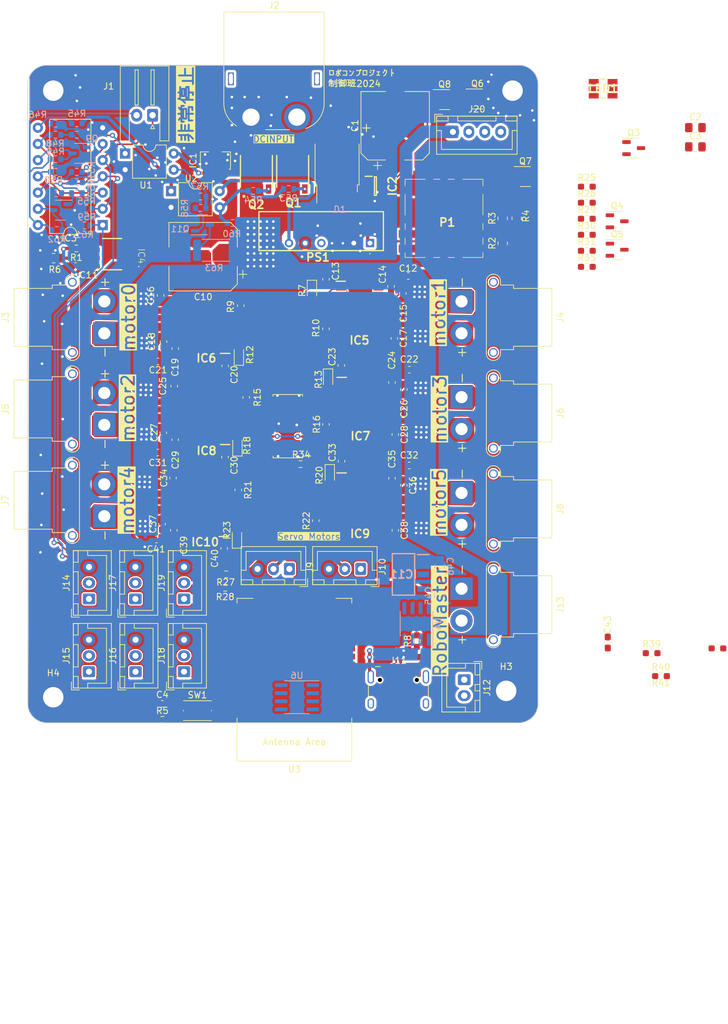
<source format=kicad_pcb>
(kicad_pcb (version 20221018) (generator pcbnew)
  (layers (0 "F.Cu" signal) (31 "B.Cu" signal) (34 "B.Paste" user) (35 "F.Paste" user) (36 "B.SilkS" user "B.Silkscreen") (37 "F.SilkS" user "F.Silkscreen") (38 "B.Mask" user) (39 "F.Mask" user) (44 "Edge.Cuts" user))
  (net 0 "")
  (net 1 "+5V")
  (net 2 "GND")
  (net 3 "Net-(R27-Pad1)")
  (net 4 "VDD")
  (net 5 "PWM1")
  (net 6 "SDA")
  (net 7 "SCL")
  (net 8 "+3.3V")
  (net 9 "HI")
  (net 10 "LO")
  (net 11 "非常停止")
  (net 12 "Not_A")
  (net 13 "PWM_a")
  (net 14 "PWM_b")
  (net 15 "Not_b")
  (net 16 "GND1")
  (net 17 "/385_motor1/VIN")
  (net 18 "Net-(IC6-CPL)")
  (net 19 "Net-(IC6-CPH)")
  (net 20 "Net-(IC6-VCP)")
  (net 21 "Net-(IC6-DVDD)")
  (net 22 "Net-(IC7-CPL)")
  (net 23 "Net-(IC7-CPH)")
  (net 24 "Net-(IC7-VCP)")
  (net 25 "Net-(IC8-CPL)")
  (net 26 "Net-(IC8-CPH)")
  (net 27 "Net-(IC8-VCP)")
  (net 28 "Net-(IC9-CPL)")
  (net 29 "Net-(IC9-CPH)")
  (net 30 "Net-(IC9-VCP)")
  (net 31 "Net-(IC7-DVDD)")
  (net 32 "Net-(IC10-CPL)")
  (net 33 "Net-(IC10-CPH)")
  (net 34 "Net-(IC10-VCP)")
  (net 35 "Net-(IC6-NFAULT)")
  (net 39 "PWM2")
  (net 40 "PWM3")
  (net 41 "Net-(IC6-IPROPI1)")
  (net 42 "Net-(IC6-OUT2_1)")
  (net 43 "Net-(IC6-OUT1_1)")
  (net 44 "Net-(IC7-NFAULT)")
  (net 48 "PWM0")
  (net 49 "Net-(IC7-IPROPI1)")
  (net 50 "Net-(IC7-OUT2_1)")
  (net 51 "Net-(IC7-OUT1_1)")
  (net 52 "Net-(IC8-NFAULT)")
  (net 56 "PWM4")
  (net 57 "PWM5")
  (net 58 "Net-(IC8-IPROPI1)")
  (net 59 "Net-(IC8-OUT2_1)")
  (net 60 "Net-(IC8-OUT1_1)")
  (net 61 "Net-(IC9-NFAULT)")
  (net 65 "PWM6")
  (net 66 "PWM7")
  (net 67 "Net-(IC9-IPROPI1)")
  (net 68 "Net-(IC9-OUT2_1)")
  (net 69 "Net-(IC9-OUT1_1)")
  (net 70 "Net-(IC10-NFAULT)")
  (net 74 "PWM8")
  (net 75 "PWM9")
  (net 76 "Net-(IC10-IPROPI1)")
  (net 77 "Net-(IC10-OUT2_1)")
  (net 78 "Net-(IC10-OUT1_1)")
  (net 79 "Net-(IC8-DVDD)")
  (net 80 "Net-(IC9-DVDD)")
  (net 81 "Net-(IC10-DVDD)")
  (net 82 "PWM_A")
  (net 83 "PWM_B")
  (net 84 "PWM11")
  (net 85 "PWM10")
  (net 86 "Iout")
  (net 87 "Servo1")
  (net 88 "Servo2")
  (net 89 "Net-(Q9-G)")
  (net 90 "Servo3")
  (net 91 "Servo4")
  (net 92 "Servo5")
  (net 93 "Servo6")
  (net 94 "Servo7")
  (net 95 "Servo8")
  (net 96 "LED_B")
  (net 97 "LED_G")
  (net 98 "LED_R")
  (net 99 "Net-(IC5-DVDD)")
  (net 100 "Net-(IC5-CPH)")
  (net 101 "Net-(IC5-CPL)")
  (net 102 "Net-(IC5-VCP)")
  (net 103 "Net-(IC1-VOUT)")
  (net 104 "Net-(IC2-VOUT)")
  (net 105 "Net-(IC5-OUT1_1)")
  (net 106 "Net-(IC5-OUT2_1)")
  (net 107 "Net-(IC5-IPROPI1)")
  (net 111 "Net-(IC5-NFAULT)")
  (net 112 "Net-(J20-Pin_4)")
  (net 113 "Net-(J20-Pin_3)")
  (net 114 "Net-(J20-Pin_2)")
  (net 115 "Net-(PS1-+VOUT)")
  (net 117 "Net-(Q10-G)")
  (net 118 "Net-(Q1-GATE)")
  (net 119 "Net-(Q11-G)")
  (net 120 "Net-(Q2-GATE)")
  (net 121 "Net-(Q11-D)")
  (net 122 "Net-(U5-A0)")
  (net 124 "Net-(R45-Pad2)")
  (net 125 "Net-(R51-Pad2)")
  (net 126 "Net-(R53-Pad1)")
  (net 127 "Net-(R57-Pad2)")
  (net 130 "R_LED")
  (net 131 "G_LED")
  (net 132 "B_LED")
  (net 133 "/efuse/FAULT")
  (net 134 "Net-(LED1-K_BLUE)")
  (net 135 "Net-(LED1-K_GREEN)")
  (net 136 "Net-(LED1-K_RED)")
  (net 137 "Net-(Q3-D)")
  (net 138 "Net-(Q4-D)")
  (net 139 "Net-(Q5-D)")
  (net 140 "Net-(J12-Pin_1)")
  (net 141 "Net-(J12-Pin_2)")
  (net 142 "CANTX")
  (net 143 "GNDA")
  (net 144 "CANRX")
  (net 145 "Net-(P1-Trim)")
  (net 146 "Net-(R2-Pad2)")
  (net 147 "Net-(R3-Pad2)")
  (net 148 "Net-(U3-GND-Pad1)")
  (net 162 "Net-(IC11-INPUT)")
  (net 163 "RXCAN")
  (net 164 "TXCAN")
  (net 167 "Net-(J11-CC2)")
  (net 168 "Net-(U6-UD+)")
  (net 169 "Net-(U6-UD-)")
  (net 174 "UART_TX")
  (net 175 "UART_RX")
  (net 177 "Net-(SW1A-D)")
  (footprint "Package_DIP:DIP-14_W10.16mm" (layer "F.Cu") (at 106.75 73.045 180)
    (fp_text reference "IC3")
    (fp_text value "TC74HC08APF" hide)
  )
  (footprint "Library:SOT96P240X110-3N" (layer "F.Cu") (at 149.5 66.95)
    (fp_text reference "IC2")
    (fp_text value "AP7375-50SA-7" hide)
  )
  (footprint "Package_TO_SOT_SMD:SOT-23-3" (layer "F.Cu") (at 160.35 53.4)
    (fp_text reference "Q8")
    (fp_text value "IRFML8244TRPBF")
  )
  (footprint "Capacitor_SMD:C_0603_1608Metric_Pad1.08x0.95mm_HandSolder" (layer "F.Cu") (at 153.8 83.75 -90)
    (fp_text reference "C15")
    (fp_text value "1μF")
  )
  (footprint "Capacitor_SMD:C_0603_1608Metric_Pad1.08x0.95mm_HandSolder" (layer "F.Cu") (at 153.954 98.802 -90)
    (fp_text reference "C26")
    (fp_text value "1μF")
  )
  (footprint "Capacitor_SMD:C_0603_1608Metric_Pad1.08x0.95mm_HandSolder" (layer "F.Cu") (at 140.154 119.342303 -90)
    (fp_text reference "R22")
    (fp_text value "1.5KΩ")
  )
  (footprint "Diode_SMD:D_0603_1608Metric_Pad1.05x0.95mm_HandSolder" (layer "F.Cu") (at 127.8 122 90)
    (fp_text reference "R23")
    (fp_text value "10KΩ")
  )
  (footprint "Resistor_SMD:R_0805_2012Metric_Pad1.20x1.40mm_HandSolder" (layer "F.Cu") (at 169.46 75.9 90)
    (fp_text reference "R2")
    (fp_text value "1kΩ")
  )
  (footprint "MountingHole:MountingHole_3.2mm_M3_DIN965_Pad" (layer "F.Cu") (at 170 146)
    (fp_text reference "H3")
    (fp_text value "MountingHole_Pad")
  )
  (footprint "Package_TO_SOT_SMD:SOT-89-3" (layer "F.Cu") (at 124.425 62.95 90)
    (fp_text reference "IC1")
    (fp_text value "NJM78L12SU3-TE1")
  )
  (footprint "Capacitor_SMD:C_0603_1608Metric_Pad1.08x0.95mm_HandSolder" (layer "F.Cu") (at 128.4 85.68 90)
    (fp_text reference "R9")
    (fp_text value "1.5KΩ")
  )
  (footprint "Connector_AMASS:AMASS_XT30PW-F_1x02_P2.50mm_Horizontal" (layer "F.Cu") (at 107 104.35 90)
    (fp_text reference "J5")
    (fp_text value "Conn_01x02_Socket")
  )
  (footprint "Resistor_SMD:R_0805_2012Metric" (layer "F.Cu") (at 99.06 78.232 180)
    (fp_text reference "R6")
    (fp_text value "20kΩ")
  )
  (footprint "Library:SOP65P640X120-25N" (layer "F.Cu") (at 122.8 117.675 180)
    (fp_text reference "IC10")
    (fp_text value "DRV8873HPWPRQ1" hide)
  )
  (footprint "Capacitor_SMD:C_0603_1608Metric_Pad1.08x0.95mm_HandSolder" (layer "F.Cu") (at 151.95 82.65 -90)
    (fp_text reference "C14")
    (fp_text value "47nF")
  )
  (footprint "Resistor_SMD:R_0603_1608Metric_Pad0.98x0.95mm_HandSolder" (layer "F.Cu") (at 203.1225 139.35)
    (fp_text reference "R41")
    (fp_text value "R")
  )
  (footprint "Capacitor_SMD:C_0603_1608Metric_Pad1.08x0.95mm_HandSolder" (layer "F.Cu") (at 154.65 81.026 180)
    (fp_text reference "C12")
    (fp_text value "0.1μF")
  )
  (footprint "Library:NSSM065T" (layer "F.Cu") (at 185.2 51.7)
    (fp_text reference "LED1")
    (fp_text value "NSSM065T" hide)
  )
  (footprint "Resistor_SMD:R_0603_1608Metric_Pad0.98x0.95mm_HandSolder" (layer "F.Cu") (at 126.11 127.762)
    (fp_text reference "R27")
    (fp_text value "R")
  )
  (footprint "Resistor_SMD:R_0603_1608Metric_Pad0.98x0.95mm_HandSolder" (layer "F.Cu") (at 137.7715 110.49 180)
    (fp_text reference "R34")
    (fp_text value "10kΩ")
  )
  (footprint "Connector_AMASS:AMASS_XT60PW-M_1x02_P7.20mm_Horizontal" (layer "F.Cu") (at 130 56.15)
    (fp_text reference "J2")
    (fp_text value "Conn_01x02_Socket")
  )
  (footprint "Capacitor_SMD:C_0603_1608Metric_Pad1.08x0.95mm_HandSolder" (layer "F.Cu") (at 118.100151 106.675151 90)
    (fp_text reference "C29")
    (fp_text value "47nF")
  )
  (footprint "Capacitor_SMD:C_0603_1608Metric_Pad1.08x0.95mm_HandSolder" (layer "F.Cu") (at 152.104 97.702 -90)
    (fp_text reference "C24")
    (fp_text value "47nF")
  )
  (footprint "Capacitor_SMD:CP_Elec_10x10.5" (layer "F.Cu") (at 122.5 78 180)
    (fp_text reference "C10")
    (fp_text value "C")
  )
  (footprint "Diode_SMD:D_0603_1608Metric_Pad1.05x0.95mm_HandSolder" (layer "F.Cu") (at 127.87 107.57 90)
    (fp_text reference "R18")
    (fp_text value "10KΩ")
  )
  (footprint "Library:SOP65P640X120-25N" (layer "F.Cu") (at 123 103.275 180)
    (fp_text reference "IC8")
    (fp_text value "DRV8873HPWPRQ1" hide)
  )
  (footprint "Resistor_SMD:R_0603_1608Metric_Pad0.98x0.95mm_HandSolder" (layer "F.Cu") (at 192.8 140.1)
    (fp_text reference "R39")
    (fp_text value "R")
  )
  (footprint "Library:ACS711ELCTR-25AB-T" (layer "F.Cu") (at 108.32 77.605 -90)
    (fp_text reference "IC4")
    (fp_text value "ACS711ELCTR-25AB-T")
  )
  (footprint "Package_TO_SOT_SMD:SOT-23-3" (layer "F.Cu") (at 190 61)
    (fp_text reference "Q3")
    (fp_text value "IRFML8244TRPBF")
  )
  (footprint "Connector_AMASS:AMASS_XT30PW-F_1x02_P2.50mm_Horizontal" (layer "F.Cu") (at 163 100 -90)
    (fp_text reference "J6")
    (fp_text value "Conn_01x02_Socket")
  )
  (footprint "Package_TO_SOT_SMD:SOT-23-3" (layer "F.Cu") (at 173.025 65.45)
    (fp_text reference "Q7")
    (fp_text value "IRFML8244TRPBF")
  )
  (footprint "Connector_JST:JST_XH_S2B-XH-A-1_1x02_P2.50mm_Horizontal" (layer "F.Cu") (at 114.57 55.85 180)
    (fp_text reference "J1")
    (fp_text value "Conn_01x02_Socket")
  )
  (footprint "Connector_JST:JST_XH_B3B-XH-A_1x03_P2.50mm_Vertical" (layer "F.Cu") (at 147.21 126.91 180)
    (fp_text reference "J10")
    (fp_text value "Conn_01x03_Socket")
  )
  (footprint "Library:SOP65P640X120-25N" (layer "F.Cu") (at 147.138 116.025)
    (fp_text reference "IC9")
    (fp_text value "DRV8873HPWPRQ1" hide)
  )
  (footprint "Package_TO_SOT_SMD:SOT-23-3" (layer "F.Cu") (at 165.5 53.3)
    (fp_text reference "Q6")
    (fp_text value "IRFML8244TRPBF")
  )
  (footprint "Resistor_SMD:R_0603_1608Metric_Pad0.98x0.95mm_HandSolder" (layer "F.Cu") (at 182.6425 67.04)
    (fp_text reference "R25")
    (fp_text value "R")
  )
  (footprint "Connector_AMASS:AMASS_XT30PW-F_1x02_P2.50mm_Horizontal" (layer "F.Cu") (at 107 90 90)
    (fp_text reference "J3")
    (fp_text value "Conn_01x02_Socket")
  )
  (footprint "Capacitor_SMD:C_0603_1608Metric_Pad1.08x0.95mm_HandSolder" (layer "F.Cu") (at 116.050151 119.888 90)
    (fp_text reference "C37")
    (fp_text value "1μF")
  )
  (footprint "Connector_AMASS:AMASS_XT30PW-F_1x02_P2.50mm_Horizontal" (layer "F.Cu") (at 163 130 -90)
    (fp_text reference "J13")
    (fp_text value "Conn_01x02_Socket")
  )
  (footprint "Capacitor_SMD:C_0603_1608Metric_Pad1.08x0.95mm_HandSolder" (layer "F.Cu") (at 115.1875 122.3)
    (fp_text reference "C41")
    (fp_text value "0.1μF")
  )
  (footprint "Connector_AMASS:AMASS_XT30PW-F_1x02_P2.50mm_Horizontal" (layer "F.Cu") (at 163 115 -90)
    (fp_text reference "J8")
    (fp_text value "Conn_01x02_Socket")
  )
  (footprint "Capacitor_SMD:C_0603_1608Metric_Pad1.08x0.95mm_HandSolder" (layer "F.Cu") (at 117.9 120.8625 90)
    (fp_text reference "C39")
    (fp_text value "47nF")
  )
  (footprint "Capacitor_SMD:C_0603_1608Metric_Pad1.08x0.95mm_HandSolder" (layer "F.Cu") (at 115.824 84.074 90)
    (fp_text reference "C16")
    (fp_text value "0.1μF")
  )
  (footprint "Capacitor_SMD:C_0603_1608Metric_Pad1.08x0.95mm_HandSolder" (layer "F.Cu") (at 185.928 138.43 -90)
    (fp_text reference "C43")
    (fp_text value "0.1μF")
  )
  (footprint "Package_TO_SOT_SMD:SOT-23-3" (layer "F.Cu") (at 187.3925 76.91)
    (fp_text reference "Q5")
    (fp_text value "IRFML8244TRPBF")
  )
  (footprint "Connector_AMASS:AMASS_XT30PW-F_1x02_P2.50mm_Horizontal" (layer "F.Cu") (at 163 85 -90)
    (fp_text reference "J4")
    (fp_text value "Conn_01x02_Socket")
  )
  (footprint "Capacitor_SMD:C_0603_1608Metric_Pad1.08x0.95mm_HandSolder" (layer "F.Cu") (at 125.95 95.1 -90)
    (fp_text reference "C20")
    (fp_text value "1μF")
  )
  (footprint "Capacitor_SMD:C_0603_1608Metric_Pad1.08x0.95mm_HandSolder" (layer "F.Cu") (at 144.19 110.04 90)
    (fp_text reference "C33")
    (fp_text value "1μF")
  )
  (footprint "Capacitor_SMD:C_0603_1608Metric_Pad1.08x0.95mm_HandSolder" (layer "F.Cu") (at 152.47 90.8075 -90)
    (fp_text reference "C17")
    (fp_text value "0.1μF")
  )
  (footprint "Connector_JST:JST_XH_B3B-XH-A_1x03_P2.50mm_Vertical" (layer "F.Cu") (at 119.5 143 90)
    (fp_text reference "J18")
    (fp_text value "Conn_01x03_Socket")
  )
  (footprint "Capacitor_SMD:C_0603_1608Metric_Pad1.08x0.95mm_HandSolder" (layer "F.Cu") (at 129.25 100.04 90)
    (fp_text reference "R15")
    (fp_text value "1.5KΩ")
  )
  (footprint "Connector_JST:JST_XH_B3B-XH-A_1x03_P2.50mm_Vertical" (layer "F.Cu") (at 111.875 131.6 90)
    (fp_text reference "J17")
    (fp_text value "Conn_01x03_Socket")
  )
  (footprint "Library:SOP_ADVANCE" (layer "F.Cu") (at 136.535 64.65)
    (fp_text reference "Q1")
    (fp_text value "TPH4R10ANL" hide)
  )
  (footprint "Library:SOP_ADVANCE" (layer "F.Cu") (at 130.844 64.659)
    (fp_text reference "Q2")
    (fp_text value "TPH4R10ANL" hide)
  )
  (footprint "Connector_JST:JST_XH_B3B-XH-A_1x03_P2.50mm_Vertical" (layer "F.Cu") (at 104.6 143 90)
    (fp_text reference "J15")
    (fp_text value "Conn_01x03_Socket")
  )
  (footprint "Package_TO_SOT_SMD:TO-252-2" (layer "F.Cu") (at 143.49 63.46 90)
    (fp_text reference "D1")
    (fp_text value "SBR15U100CTL-13")
  )
  (footprint "Resistor_SMD:R_0603_1608Metric_Pad0.98x0.95mm_HandSolder" (layer "F.Cu") (at 194.27 143.69)
    (fp_text reference "R40")
    (fp_text value "R")
  )
  (footprint "Resistor_SMD:R_0805_2012Metric_Pad1.20x1.40mm_HandSolder" (layer "F.Cu") (at 169.45 72 90)
    (fp_text reference "R3")
    (fp_text value "330Ω")
  )
  (footprint "Capacitor_SMD:C_0603_1608Metric_Pad1.08x0.95mm_HandSolder" (layer "F.Cu") (at 115.434 94.403)
    (fp_text reference "C21")
    (fp_text value "0.1μF")
  )
  (footprint "Package_TO_SOT_SMD:SOT-23-3" (layer "F.Cu") (at 187.3925 72.46)
    (fp_text reference "Q4")
    (fp_text value "IRFML8244TRPBF")
  )
  (footprint "Package_DIP:DIP-4_W7.62mm" (layer "F.Cu") (at 117.47 67.735)
    (fp_text reference "U2")
    (fp_text value "TLP785")
  )
  (footprint "Capacitor_SMD:C_0603_1608Metric_Pad1.08x0.95mm_HandSolder" (layer "F.Cu") (at 117.966151 98.272151 90)
    (fp_text reference "C25")
    (fp_text value "0.1μF")
  )
  (footprint "Package_SO:TSSOP-28_4.4x9.7mm_P0.65mm" (layer "F.Cu") (at 135.76 104.55 180)
    (fp_text reference "U5" hide)
    (fp_text value "PCA9685PW" hide)
  )
  (footprint "Resistor_SMD:R_0603_1608Metric_Pad0.98x0.95mm_HandSolder" (layer "F.Cu") (at 116.1 150.54)
    (fp_text reference "R5")
    (fp_text value "10kΩ")
  )
  (footprint "Diode_SMD:D_0603_1608Metric_Pad1.05x0.95mm_HandSolder" (layer "F.Cu") (at 142.35 112.22 -90)
    (fp_text reference "R20")
    (fp_text value "10KΩ")
  )
  (footprint "Capacitor_SMD:C_0603_1608Metric_Pad1.08x0.95mm_HandSolder" (layer "F.Cu") (at 118.134 92.403 90)
    (fp_text reference "C19")
    (fp_text value "47nF")
  )
  (footprint "Library:SOP65P640X120-25N" (layer "F.Cu") (at 147.154 101.052)
    (fp_text reference "IC7")
    (fp_text value "DRV8873HPWPRQ1" hide)
  )
  (footprint "Connector_JST:JST_XH_B3B-XH-A_1x03_P2.50mm_Vertical" (layer "F.Cu") (at 104.6 131.6 90)
    (fp_text reference "J14")
    (fp_text value "Conn_01x03_Socket")
  )
  (footprint "Library:MAU118" (layer "F.Cu") (at 148.65 75.875 180)
    (fp_text reference "PS1")
    (fp_text value "MAU108" hide)
  )
  (footprint "PCM_Espressif:ESP32-WROOM-32E" (layer "F.Cu") (at 136.8 142.51 180)
    (fp_text reference "U3")
    (fp_text value "ESP32-WROOM-E")
  )
  (footprint "MountingHole:MountingHole_3.2mm_M3_DIN965_Pad" (layer "F.Cu") (at 171 52)
    (fp_text reference "H2" hide)
    (fp_text value "MountingHole_Pad")
  )
  (footprint "Resistor_SMD:R_0603_1608Metric_Pad0.98x0.95mm_HandSolder" (layer "F.Cu") (at 182.6425 72.06)
    (fp_text reference "R29")
    (fp_text value "R")
  )
  (footprint "Connector_JST:JST_XH_B3B-XH-A_1x03_P2.50mm_Vertical" (layer "F.Cu") (at 111.9 143 90)
    (fp_text reference "J16")
    (fp_text value "Conn_01x03_Socket")
  )
  (footprint "Capacitor_SMD:C_0805_2012Metric_Pad1.18x1.45mm_HandSolder" (layer "F.Cu") (at 199.6625 60.8)
    (fp_text reference "C3")
    (fp_text value "10μF")
  )
  (footprint "Connector_JST:JST_XH_B3B-XH-A_1x03_P2.50mm_Vertical" (layer "F.Cu") (at 136.02 126.91 180)
    (fp_text reference "J9")
    (fp_text value "Conn_01x03_Socket")
  )
  (footprint "MountingHole:MountingHole_3.2mm_M3_DIN965_Pad" (layer "F.Cu") (at 99 52)
    (fp_text reference "H1" hide)
    (fp_text value "MountingHole_Pad")
  )
  (footprint "Capacitor_SMD:C_0603_1608Metric_Pad1.08x0.95mm_HandSolder" (layer "F.Cu") (at 117.766151 112.672151 90)
    (fp_text reference "C34")
    (fp_text value "0.1μF")
  )
  (footprint "Capacitor_SMD:C_0603_1608Metric_Pad1.08x0.95mm_HandSolder" (layer "F.Cu") (at 153.954 113.802 -90)
    (fp_text reference "C36")
    (fp_text value "1μF")
  )
  (footprint "Resistor_SMD:R_0603_1608Metric_Pad0.98x0.95mm_HandSolder" (layer "F.Cu") (at 182.6425 74.57)
    (fp_text reference "R30")
    (fp_text value "R")
  )
  (footprint "Capacitor_SMD:C_0603_1608Metric_Pad1.08x0.95mm_HandSolder" (layer "F.Cu") (at 116.1 148.03)
    (fp_text reference "C4")
    (fp_text value "0.1u")
  )
  (footprint "Diode_SMD:D_0603_1608Metric_Pad1.05x0.95mm_HandSolder" (layer "F.Cu") (at 139.55 83.35 -90)
    (fp_text reference "R7")
    (fp_text value "10KΩ")
  )
  (footprint "Resistor_SMD:R_0603_1608Metric_Pad0.98x0.95mm_HandSolder" (layer "F.Cu") (at 156 138.2 90)
    (fp_text reference "R8")
    (fp_text value "5.1k")
  )
  (footprint "Connector_JST:JST_XH_B3B-XH-A_1x03_P2.50mm_Vertical" (layer "F.Cu") (at 119.5 131.6 90)
    (fp_text reference "J19")
    (fp_text value "Conn_01x03_Socket")
  )
  (footprint "Connector_USB:USB_C_Receptacle_HCTL_HC-TYPE-C-16P-01A" (layer "F.Cu") (at 153.1 146.9)
    (fp_text reference "J11")
    (fp_text value "USB_C_Receptacle_USB2.0")
  )
  (footprint "Resistor_SMD:R_0603_1608Metric_Pad0.98x0.95mm_HandSolder" (layer "F.Cu") (at 182.6425 79.59)
    (fp_text reference "R35")
    (fp_text value "R")
  )
  (footprint "Capacitor_SMD:C_0603_1608Metric_Pad1.08x0.95mm_HandSolder" (layer "F.Cu") (at 115.400151 108.675151)
    (fp_text reference "C31")
    (fp_text value "0.1μF")
  )
  (footprint "Diode_SMD:D_0603_1608Metric_Pad1.05x0.95mm_HandSolder" (layer "F.Cu") (at 128.1 93.35 90)
    (fp_text reference "R12")
    (fp_text value "10KΩ")
  )
  (footprint "Capacitor_SMD:C_0603_1608Metric_Pad1.08x0.95mm_HandSolder" (layer "F.Cu") (at 144.16 95.0225 90)
    (fp_text reference "C23")
    (fp_text value "1μF")
  )
  (footprint "Capacitor_SMD:CP_Elec_10x10.5" (layer "F.Cu") (at 152.6 57.5 90)
    (fp_text reference "C1")
    (fp_text value "C")
  )
  (footprint "Capacitor_SMD:C_0603_1608Metric_Pad1.08x0.95mm_HandSolder" (layer "F.Cu") (at 152.624 120.8595 -90)
    (fp_text reference "C38")
    (fp_text value "0.1μF")
  )
  (footprint "Capacitor_SMD:C_0603_1608Metric_Pad1.08x0.95mm_HandSolder" (layer "F.Cu") (at 116.284 91.303 90)
    (fp_text reference "C18")
    (fp_text value "1μF")
  )
  (footprint "Capacitor_SMD:C_0603_1608Metric_Pad1.08x0.95mm_HandSolder" (layer "F.Cu") (at 154.804 95.702 180)
    (fp_text reference "C22")
    (fp_text value "0.1μF")
  )
  (footprint "Connector_JST:JST_XH_B2B-XH-A_1x02_P2.50mm_Vertical" (layer "F.Cu") (at 163.425 144.25 -90)
    (fp_text reference "J12")
    (fp_text value "Conn_01x02_Socket")
  )
  (footprint "Capacitor_SMD:C_0603_1608Metric_Pad1.08x0.95mm_HandSolder" (layer "F.Cu") (at 125.8 123.698 -90)
    (fp_text reference "C40")
    (fp_text value "1μF")
  )
  (footprint "Connector_JST:JST_XH_B4B-XH-A_1x04_P2.50mm_Vertical" (layer "F.Cu") (at 161.65 58.45)
    (fp_text reference "J20")
    (fp_text value "Conn_01x04_Socket")
  )
  (footprint "Capacitor_SMD:C_0603_1608Metric_Pad1.08x0.95mm_HandSolder" (layer "F.Cu") (at 141.75 89.3 -90)
    (fp_text reference "R10")
    (fp_text value "1.5KΩ")
  )
  (footprint "Capacitor_SMD:C_0603_1608Metric_Pad1.08x0.95mm_HandSolder" (layer "F.Cu") (at 116.250151 105.575151 90)
    (fp_text reference "C27")
    (fp_text value "1μF")
  )
  (footprint "Button_Switch_SMD:SW_Push_1P1T_NO_CK_KMR2" (layer "F.Cu") (at 121.6 149.1)
    (fp_text reference "SW1")
    (fp_text value "SW_Push_Dual_x2")
  )
  (footprint "Resistor_SMD:R_0603_1608Metric" (layer "F.Cu") (at 102.615 76.708 180)
    (fp_text reference "R1")
    (fp_text value "1kΩ")
  )
  (footprint "Capacitor_SMD:C_0603_1608Metric_Pad1.08x0.95mm_HandSolder" (layer "F.Cu") (at 102.5025 79.45 180)
    (fp_text reference "C11")
    (fp_text value "0.1μF")
  )
  (footprint "Library:SOP65P640X120-25N" (layer "F.Cu") (at 123 89 180)
    (fp_text reference "IC6")
    (fp_text value "DRV8873HPWPRQ1" hide)
  )
  (footprint "Library:OKLT6W12NC" (layer "F.Cu") (at 154.155 65.875)
    (fp_text reference "P1")
    (fp_text value "OKLT6W12NC" hide)
  )
  (footprint "Capacitor_SMD:C_0603_1608Metric_Pad1.08x0.95mm_HandSolder" (layer "F.Cu") (at 141.75 104.25 -90)
    (fp_text reference "R16")
    (fp_text value "1.5KΩ" hide)
  )
  (footprint "Capacitor_SMD:C_0603_1608Metric_Pad1.08x0.95mm_HandSolder" (layer "F.Cu") (at 154.804 110.702 180)
    (fp_text reference "C32")
    (fp_text value "0.1μF")
  )
  (footprint "Capacitor_SMD:C_0805_2012Metric_Pad1.18x1.45mm_HandSolder" (layer "F.Cu") (at 199.6625 57.79)
    (fp_text reference "C2")
    (fp_text value "22μF")
  )
  (footprint "Capacitor_SMD:C_0603_1608Metric_Pad1.08x0.95mm_HandSolder" (layer "F.Cu") (at 152.624 105.8595 -90)
    (fp_text reference "C28")
    (fp_text value "0.1μF")
  )
  (footprint "Diode_SMD:D_0603_1608Metric_Pad1.05x0.95mm_HandSolder" (layer "F.Cu") (at 142.08 97.24 -90)
    (fp_text reference "R13")
    (fp_text value "10KΩ")
  )
  (footprint "Capacitor_SMD:C_0603_1608Metric_Pad1.08x0.95mm_HandSolder" (layer "F.Cu") (at 141.75 81.5375 90)
    (fp_text reference "C13")
    (fp_text value "1μF")
  )
  (footprint "Capacitor_SMD:C_0603_1608Metric_Pad1.08x0.95mm_HandSolder" (layer "F.Cu") (at 128 114.53 90)
    (fp_text reference "R21")
    (fp_text value "1.5KΩ")
  )
  (footprint "Resistor_SMD:R_0603_1608Metric_Pad0.98x0.95mm_HandSolder" (layer "F.Cu") (at 125.95 129.85 180)
    (fp_text reference "R28")
    (fp_text value "R")
  )
  (footprint "Package_DIP:DIP-4_W7.62mm" (layer "F.Cu") (at 110.27 61.845)
    (fp_text reference "U1")
    (fp_text value "TLP785")
  )
  (footprint "Resistor_SMD:R_0603_1608Metric_Pad0.98x0.95mm_HandSolder" (layer "F.Cu") (at 182.6425 69.55)
    (fp_text reference "R26")
    (fp_text value "R")
  )
  (footprint "Library:SOP65P640X120-25N" (layer "F.Cu") (at 147 86)
    (fp_text reference "IC5")
    (fp_text value "DRV8873HPWPRQ1" hide)
  )
  (footprint "Resistor_SMD:R_0805_2012Metric_Pad1.20x1.40mm_HandSolder" (layer "F.Cu") (at 171.65 72 -90)
    (fp_text reference "R4")
    (fp_text value "10Ω")
  )
  (footprint "MountingHole:MountingHole_3.2mm_M3_DIN965_Pad" (layer "F.Cu") (at 99 147)
    (fp_text reference "H4")
    (fp_text value "MountingHole_Pad")
  )
  (footprint "Resistor_SMD:R_0603_1608Metric_Pad0.98x0.95mm_HandSolder" (layer "F.Cu") (at 182.6425 77.08)
    (fp_text reference "R31")
    (fp_text value "R")
  )
  (footprint "Connector_AMASS:AMASS_XT30PW-F_1x02_P2.50mm_Horizontal" (layer "F.Cu") (at 107 118.65 90)
    (fp_text reference "J7")
    (fp_text value "Conn_01x02_Socket")
  )
  (footprint "Capacitor_SMD:C_0603_1608Metric_Pad1.08x0.95mm_HandSolder" (layer "F.Cu") (at 125.93 109.3925 -90)
    (fp_text reference "C30")
    (fp_text value "1μF")
  )
  (footprint "Capacitor_SMD:C_0603_1608Metric_Pad1.08x0.95mm_HandSolder" (layer "F.Cu") (at 152.104 112.702 -90)
    (fp_text reference "C35")
    (fp_text value "47nF")
  )
  (footprint "Package_SO:SOIC-8_3.9x4.9mm_P1.27mm" (layer "B.Cu") (at 137.2 147 180)
    (fp_text reference "U6")
    (fp_text value "CH330N")
  )
  (footprint "Resistor_SMD:R_0603_1608Metric" (layer "B.Cu") (at 104.17 70.5)
    (fp_text reference "R59")
    (fp_text value "10kΩ")
  )
  (footprint "Resistor_SMD:R_0603_1608Metric" (layer "B.Cu") (at 102.705 68.06 180)
    (fp_text reference "R55")
    (fp_text value "10Ω")
  )
  (footprint "Resistor_SMD:R_0603_1608Metric" (layer "B.Cu") (at 102.7 57.1)
    (fp_text reference "R45")
    (fp_text value "200Ω")
  )
  (footprint "Resistor_SMD:R_0603_1608Metric" (layer "B.Cu") (at 99.57 73.83 180)
    (fp_text reference "R62")
    (fp_text value "10kΩ")
  )
  (footprint "Resistor_SMD:R_0603_1608Metric" (layer "B.Cu") (at 99.34 58.91)
    (fp_text reference "R48")
    (fp_text value "10Ω" hide)
  )
  (footprint "Capacitor_SMD:C_0805_2012Metric_Pad1.18x1.45mm_HandSolder" (layer "B.Cu") (at 159.52 131.11 -90)
    (fp_text reference "C45")
    (fp_text value "10µF ")
  )
  (footprint "Package_SO:SOIC-8_3.9x4.9mm_P1.27mm" (layer "B.Cu") (at 155.95 135.5 90)
    (fp_text reference "U4")
    (fp_text value "MCP2562-E-SN")
  )
  (footprint "Resistor_SMD:R_0603_1608Metric" (layer "B.Cu") (at 122.1 70.358 180)
    (fp_text reference "R58")
    (fp_text value "10Ω")
  )
  (footprint "Capacitor_SMD:C_0805_2012Metric_Pad1.18x1.45mm_HandSolder" (layer "B.Cu") (at 159.57 126.5075 90)
    (fp_text reference "C46")
    (fp_text value "10µF ")
  )
  (footprint "Library:SOT230P700X180-4N" (layer "B.Cu") (at 153.9 127.76 180)
    (fp_text reference "IC11")
    (fp_text value "AZ1117CH-3.3TRG1" hide)
  )
  (footprint "Resistor_SMD:R_0603_1608Metric" (layer "B.Cu") (at 122.1 68.58)
    (fp_text reference "R57")
    (fp_text value "330Ω")
  )
  (footprint "Resistor_SMD:R_0603_1608Metric" (layer "B.Cu") (at 99.41 64.71)
    (fp_text reference "R50")
    (fp_text value "10kΩ")
  )
  (footprint "Resistor_SMD:R_0603_1608Metric" (layer "B.Cu") (at 135.894 67.404)
    (fp_text reference "R53")
    (fp_text value "10Ω")
  )
  (footprint "Resistor_SMD:R_0603_1608Metric" (layer "B.Cu") (at 102.7 64.72)
    (fp_text reference "R51")
    (fp_text value "200Ω")
  )
  (footprint "Resistor_SMD:R_0603_1608Metric" (layer "B.Cu") (at 99.365 57.17)
    (fp_text reference "R46")
    (fp_text value "10kΩ")
  )
  (footprint "Package_TO_SOT_SMD:SOT-23-3" (layer "B.Cu") (at 103.1525 61.82 180)
    (fp_text reference "Q9")
    (fp_text value "IRFML8244TRPBF")
  )
  (footprint "Resistor_SMD:R_0603_1608Metric" (layer "B.Cu") (at 127.105 72.72)
    (fp_text reference "R60")
    (fp_text value "330Ω")
  )
  (footprint "Resistor_SMD:R_0603_1608Metric" (layer "B.Cu") (at 103.9 73.12)
    (fp_text reference "R61")
    (fp_text value "10kΩ")
  )
  (footprint "Package_TO_SOT_SMD:SOT-23-3" (layer "B.Cu") (at 122.4 73)
    (fp_text reference "Q11")
    (fp_text value "IRFML8244TRPBF")
  )
  (footprint "Resistor_SMD:R_0603_1608Metric" (layer "B.Cu") (at 99.35 62.73 180)
    (fp_text reference "R49")
    (fp_text value "10kΩ")
  )
  (footprint "Resistor_SMD:R_2512_6332Metric" (layer "B.Cu") (at 124.5 77 180)
    (fp_text reference "R63")
    (fp_text value "510Ω 1W")
  )
  (footprint "Resistor_SMD:R_0603_1608Metric" (layer "B.Cu") (at 102.73 66.34 180)
    (fp_text reference "R52")
    (fp_text value "10kΩ")
  )
  (footprint "Resistor_SMD:R_0603_1608Metric" (layer "B.Cu") (at 130.344 67.7)
    (fp_text reference "R54")
    (fp_text value "10Ω")
  )
  (footprint "Resistor_SMD:R_0603_1608Metric" (layer "B.Cu") (at 99.48 68.06)
    (fp_text reference "R56" hide)
    (fp_text value "10kΩ")
  )
  (footprint "Package_TO_SOT_SMD:SOT-23-3" (layer "B.Cu") (at 100.1225 70.72 180)
    (fp_text reference "Q10" hide)
    (fp_text value "IRFML8244TRPBF")
  )
  (footprint "Resistor_SMD:R_0603_1608Metric" (layer "B.Cu") (at 102.68 58.9 180)
    (fp_text reference "R47" hide)
    (fp_text value "10kΩ")
  )
  (gr_arc (start 98 151) (mid 95.87868 150.12132) (end 95 148) (stroke (width 0.1)) (layer "Edge.Cuts"))
  (gr_line (start 95 51) (end 95 148) (stroke (width 0.1)) (layer "Edge.Cuts"))
  (gr_arc (start 95 51) (mid 95.87868 48.87868) (end 98 48) (stroke (width 0.1)) (layer "Edge.Cuts"))
  (gr_line (start 98 151) (end 172 151) (stroke (width 0.1)) (layer "Edge.Cuts"))
  (gr_arc (start 175 148) (mid 174.12132 150.12132) (end 172 151) (stroke (width 0.1)) (layer "Edge.Cuts"))
  (gr_line (start 98 48) (end 172 48) (stroke (width 0.1)) (layer "Edge.Cuts"))
  (gr_line (start 175 51) (end 175 148) (stroke (width 0.1)) (layer "Edge.Cuts"))
  (gr_arc (start 172 48) (mid 174.12132 48.87868) (end 175 51) (stroke (width 0.1)) (layer "Edge.Cuts"))
  (gr_text "RoboMaster\n" (at 160.83 144 90) (layer "F.SilkS" knockout) (effects (font (size 2 2) (thickness 0.3)) (justify left bottom)))
  (gr_text "motor3\n" (at 160.8 107.4 90) (layer "F.SilkS" knockout) (effects (font (size 2 2) (thickness 0.3)) (justify left bottom)))
  (gr_text "Servo Motors\n" (at 134.16 122.41) (layer "F.SilkS" knockout) (effects (font (size 1 1)) (justify left bottom)))
  (gr_text "motor5\n" (at 160.7 122 90) (layer "F.SilkS" knockout) (effects (font (size 2 2) (thickness 0.3)) (justify left bottom)))
  (gr_text "非常停止" (at 121.158 60.198 90) (layer "F.SilkS" knockout) (effects (font (size 2 2) (thickness 0.3)) (justify left bottom)))
  (gr_text "ロボコンプロジェクト\n制御班2024" (at 142 51.5) (layer "F.SilkS") (effects (font (size 1 1)) (justify left bottom)))
  (gr_text "motor2\n" (at 111.9 107.2 90) (layer "F.SilkS" knockout) (effects (font (size 2 2) (thickness 0.3)) (justify left bottom)))
  (gr_text "motor0\n" (at 112 93 90) (layer "F.SilkS" knockout) (effects (font (size 2 2) (thickness 0.3)) (justify left bottom)))
  (gr_text "DCINPUT" (at 130.25 60.18) (layer "F.SilkS" knockout) (effects (font (size 1 1)) (justify left bottom)))
  (gr_text "motor1" (at 160.6 92.3 90) (layer "F.SilkS" knockout) (effects (font (size 2 2) (thickness 0.3)) (justify left bottom)))
  (gr_text "motor4\n" (at 111.8 121.7 90) (layer "F.SilkS" knockout) (effects (font (size 2 2) (thickness 0.3)) (justify left bottom)))
  (segment (start 169.914 140.716) (end 173.3 137.33) (width 1) (layer "F.Cu") (net 1))
  (segment (start 135.636 124.714) (end 133.52 126.83) (width 0.5) (layer "F.Cu") (net 1))
  (segment (start 153.924 140.716) (end 153.924 139.7) (width 0.5) (layer "F.Cu") (net 1))
  (segment (start 133.52 126.83) (end 133.52 126.91) (width 0.5) (layer "F.Cu") (net 1))
  (segment (start 153.924 139.7) (end 153.924 139.954) (width 0.5) (layer "F.Cu") (net 1))
  (segment (start 164.85 68.725) (end 164.85 71.12) (width 1) (layer "F.Cu") (net 1))
  (segment (start 142.514 124.714) (end 135.636 124.714) (width 0.5) (layer "F.Cu") (net 1))
  (segment (start 153.924 140.716) (end 169.914 140.716) (width 1) (layer "F.Cu") (net 1))
  (segment (start 173.3 137.33) (end 173.3 70) (width 1) (layer "F.Cu") (net 1))
  (segment (start 144.71 126.91) (end 142.514 124.714) (width 0.5) (layer "F.Cu") (net 1))
  (segment (start 153.45 142.955) (end 153.45 141.19) (width 0.5) (layer "F.Cu") (net 1))
  (segment (start 164.85 71.12) (end 165.855 72.125) (width 1) (layer "F.Cu") (net 1))
  (segment (start 173.3 70) (end 170.89 67.59) (width 1) (layer "F.Cu") (net 1))
  (segment (start 170.89 67.59) (end 166.545 67.59) (width 1) (layer "F.Cu") (net 1))
  (segment (start 153.45 141.19) (end 153.924 140.716) (width 0.5) (layer "F.Cu") (net 1))
  (via (at 153.924 139.7) (size 0.8) (drill 0.4) (layers "F.Cu" "B.Cu") (net 1))
  (via (at 153.924 140.716) (size 0.8) (drill 0.4) (layers "F.Cu" "B.Cu") (net 1))
  (segment (start 154.315 137.825) (end 154.315 139.309) (width 0.5) (layer "B.Cu") (net 1))
  (segment (start 95.32 64.79) (end 96 64.11) (width 0.25) (layer "B.Cu") (net 1))
  (segment (start 111.795 55.575) (end 112.07 55.85) (width 0.25) (layer "B.Cu") (net 1))
  (segment (start 96 64.11) (end 97.3 64.11) (width 0.25) (layer "B.Cu") (net 1))
  (segment (start 95.32 71.775) (end 95.32 64.79) (width 0.25) (layer "B.Cu") (net 1))
  (segment (start 98.525 62.885) (end 98.525 62.73) (width 0.25) (layer "B.Cu") (net 1))
  (segment (start 154.315 139.309) (end 153.924 139.7) (width 0.5) (layer "B.Cu") (net 1))
  (segment (start 96.59 73.045) (end 97.96 73.045) (width 0.25) (layer "B.Cu") (net 1))
  (segment (start 97.96 73.045) (end 98.8 73.885) (width 0.25) (layer "B.Cu") (net 1))
  (segment (start 95.32 64.79) (end 95.32 56.74) (width 0.25) (layer "B.Cu") (net 1))
  (segment (start 96.485 55.575) (end 111.795 55.575) (width 0.25) (layer "B.Cu") (net 1))
  (segment (start 95.32 56.74) (end 96.485 55.575) (width 0.25) (layer "B.Cu") (net 1))
  (segment (start 97.3 64.11) (end 98.525 62.885) (width 0.25) (layer "B.Cu") (net 1))
  (segment (start 96.59 73.045) (end 95.32 71.775) (width 0.25) (layer "B.Cu") (net 1))
  (via (at 100.11 82.16) (size 0.8) (drill 0.4) (layers "F.Cu" "B.Cu") (net 2))
  (via (at 116.586 63.246) (size 0.8) (drill 0.4) (layers "F.Cu" "B.Cu") (net 2))
  (via (at 119.5 61) (size 0.8) (drill 0.4) (layers "F.Cu" "B.Cu") (net 2))
  (via (at 127.7 61.9) (size 0.8) (drill 0.4) (layers "F.Cu" "B.Cu") (net 2))
  (via (at 146.5 58.1) (size 0.8) (drill 0.4) (layers "F.Cu" "B.Cu") (net 2))
  (via (at 142.7 75.9) (size 0.8) (drill 0.4) (layers "F.Cu" "B.Cu") (net 2))
  (via (at 99.33 77.02) (size 0.8) (drill 0.4) (layers "F.Cu" "B.Cu") (net 2))
  (via (at 124 69) (size 0.8) (drill 0.4) (layers "F.Cu" "B.Cu") (net 2))
  (via (at 101.6 74.6) (size 0.8) (drill 0.4) (layers "F.Cu" "B.Cu") (net 2))
  (via (at 127.5 63) (size 0.8) (drill 0.4) (layers "F.Cu" "B.Cu") (net 2))
  (via (at 127.5 60) (size 0.8) (drill 0.4) (layers "F.Cu" "B.Cu") (net 2))
  (via (at 126.3 62.9) (size 0.8) (drill 0.4) (layers "F.Cu" "B.Cu") (net 2))
  (via (at 105.1 57) (size 0.8) (drill 0.4) (layers "F.Cu" "B.Cu") (net 2))
  (via (at 167.7 49.5) (size 0.8) (drill 0.4) (layers "F.Cu" "B.Cu") (net 2))
  (via (at 168 54.7) (size 0.8) (drill 0.4) (layers "F.Cu" "B.Cu") (net 2))
  (via (at 97.14 120.02) (size 0.8) (drill 0.4) (layers "F.Cu" "B.Cu") (net 2))
  (via (at 140.3 74.7) (size 0.8) (drill 0.4) (layers "F.Cu" "B.Cu") (net 2))
  (via (at 131.2 53) (size 0.8) (drill 0.4) (layers "F.Cu" "B.Cu") (net 2))
  (via (at 111.9 62.1) (size 0.8) (drill 0.4) (layers "F.Cu" "B.Cu") (net 2))
  (via (at 134.15 99.75) (size 0.8) (drill 0.4) (layers "F.Cu" "B.Cu") (net 2))
  (via (at 139.4 53.1) (size 0.8) (drill 0.4) (layers "F.Cu" "B.Cu") (net 2))
  (via (at 147.45 58.85) (size 0.8) (drill 0.4) (layers "F.Cu" "B.Cu") (net 2))
  (via (at 113.45 60.45) (size 0.8) (drill 0.4) (layers "F.Cu" "B.Cu") (net 2))
  (via (at 100.44 93.65) (size 0.8) (drill 0.4) (layers "F.Cu" "B.Cu") (net 2))
  (via (at 97.58 88.12) (size 0.8) (drill 0.4) (layers "F.Cu" "B.Cu") (net 2))
  (via (at 122.8 62) (size 0.8) (drill 0.4) (layers "F.Cu" "B.Cu") (net 2))
  (via (at 174.35 56.64) (size 0.8) (drill 0.4) (layers "F.Cu" "B.Cu") (net 2))
  (via (at 99.6 74.9) (size 0.8) (drill 0.4) (layers "F.Cu" "B.Cu") (net 2))
  (via (at 100.42 112.43) (size 0.8) (drill 0.4) (layers "F.Cu" "B.Cu") (net 2))
  (via (at 118.5 66) (size 0.8) (drill 0.4) (layers "F.Cu" "B.Cu") (net 2))
  (via (at 101.8 72.98) (size 0.8) (drill 0.4) (layers "F.Cu" "B.Cu") (net 2))
  (via (at 123 63.4) (size 0.8) (drill 0.4) (layers "F.Cu" "B.Cu") (net 2))
  (via (at 100.63 117.62) (size 0.8) (drill 0.4) (layers "F.Cu" "B.Cu") (net 2))
  (via (at 124.1 66.2) (size 0.8) (drill 0.4) (layers "F.Cu" "B.Cu") (net 2))
  (via (at 115.062 65.278) (size 0.8) (drill 0.4) (layers "F.Cu" "B.Cu") (net 2))
  (via (at 145.3 57.7) (size 0.8) (drill 0.4) (layers "F.Cu" "B.Cu") (net 2))
  (via (at 126.4 62) (size 0.8) (drill 0.4) (layers "F.Cu" "B.Cu") (net 2))
  (via (at 134.25 109.25) (size 0.8) (drill 0.4) (layers "F.Cu" "B.Cu") (net 2))
  (via (at 99.92 75.86) (size 0.8) (drill 0.4) (layers "F.Cu" "B.Cu") (net 2))
  (via (at 96.97 77.02) (size 0.8) (drill 0.4) (layers "F.Cu" "B.Cu") (net 2))
  (via (at 104.5 58.1) (size 0.8) (drill 0.4) (layers "F.Cu" "B.Cu") (net 2))
  (via (at 102.72 74.59) (size 0.8) (drill 0.4) (layers "F.Cu" "B.Cu") (net 2))
  (via (at 137.175 104.35) (size 0.8) (drill 0.4) (layers "F.Cu" "B.Cu") (net 2))
  (via (at 140.462 73.152) (size 0.8) (drill 0.4) (layers "F.Cu" "B.Cu") (net 2))
  (via (at 134.35 104.15) (size 0.8) (drill 0.4) (layers "F.Cu" "B.Cu") (net 2))
  (via (at 100.5 103.44) (size 0.8) (drill 0.4) (layers "F.Cu" "B.Cu") (net 2))
  (via (at 129 53) (size 0.8) (drill 0.4) (layers "F.Cu" "B.Cu") (net 2))
  (via (at 149.4 69.3) (size 0.8) (drill 0.4) (layers "F.Cu" "B.Cu") (net 2))
  (via (at 97.04 109.05) (size 0.8) (drill 0.4) (layers "F.Cu" "B.Cu") (net 2))
  (via (at 133.2 55.8) (size 0.8) (drill 0.4) (layers "F.Cu" "B.Cu") (net 2))
  (via (at 142.494 54.356) (size 0.8) (drill 0.4) (layers "F.Cu" "B.Cu") (net 2))
  (via (at 113.35 123.444) (size 0.8) (drill 0.4) (layers "F.Cu" "B.Cu") (net 2))
  (via (at 167.2 53.3) (size 0.8) (drill 0.4) (layers "F.Cu" "B.Cu") (net 2))
  (via (at 97.24 94.76) (size 0.8) (drill 0.4) (layers "F.Cu" "B.Cu") (net 2))
  (via (at 135.6 53) (size 0.8) (drill 0.4) (layers "F.Cu" "B.Cu") (net 2))
  (via (at 96.99 124.3) (size 0.8) (drill 0.4) (layers "F.Cu" "B.Cu") (net 2))
  (via (at 130 59) (size 0.8) (drill 0.4) (layers "F.Cu" "B.Cu") (net 2))
  (via (at 167.2 50.6) (size 0.8) (drill 0.4) (layers "F.Cu" "B.Cu") (net 2))
  (via (at 97.19 74.59) (size 0.8) (drill 0.4) (layers "F.Cu" "B.Cu") (net 2))
  (via (at 147.154569 72.804919) (size 0.8) (drill 0.4) (layers "F.Cu" "B.Cu") (net 2))
  (via (at 127 54.7) (size 0.8) (drill 0.4) (layers "F.Cu" "B.Cu") (net 2))
  (via (at 137.55 99.75) (size 0.8) (drill 0.4) (layers "F.Cu" "B.Cu") (net 2))
  (via (at 147.2 74.7) (size 0.8) (drill 0.4) (layers "F.Cu" "B.Cu") (net 2))
  (via (at 138 78) (size 0.8) (drill 0.4) (layers "F.Cu" "B.Cu") (net 2))
  (via (at 100.4 88.53) (size 0.8) (drill 0.4) (layers "F.Cu" "B.Cu") (net 2))
  (via (at 174.1 55.1) (size 0.8) (drill 0.4) (layers "F.Cu" "B.Cu") (net 2))
  (via (at 137.35 109.3) (size 0.8) (drill 0.4) (layers "F.Cu" "B.Cu") (net 2))
  (via (at 144.4 75.9) (size 0.8) (drill 0.4) (layers "F.Cu" "B.Cu") (net 2))
  (via (at 133.1 57.5) (size 0.8) (drill 0.4) (layers "F.Cu" "B.Cu") (net 2))
  (via (at 137.175 104.35) (size 0.8) (drill 0.4) (layers "F.Cu" "B.Cu") (net 2))
  (via (at 127 53) (size 0.8) (drill 0.4) (layers "F.Cu" "B.Cu") (net 2))
  (via (at 172.17 55.86) (size 0.8) (drill 0.4) (layers "F.Cu" "B.Cu") (net 2))
  (via (at 102.362 70.74) (size 0.8) (drill 0.4) (layers "F.Cu" "B.Cu") (net 2))
  (via (at 168.76 55.5) (size 0.8) (drill 0.4) (layers "F.Cu" "B.Cu") (net 2))
  (via (at 97.12 79.92) (size 0.8) (drill 0.4) (layers "F.Cu" "B.Cu") (net 2))
  (via (at 116.078 66.294) (size 0.8) (drill 0.4) (layers "F.Cu" "B.Cu") (net 2))
  (via (at 127 57.4) (size 0.8) (drill 0.4) (layers "F.Cu" "B.Cu") (net 2))
  (via (at 100.48 84.11) (size 0.8) (drill 0.4) (layers "F.Cu" "B.Cu") (net 2))
  (via (at 142.79 77.08) (size 0.8) (drill 0.4) (layers "F.Cu" "B.Cu") (net 2))
  (via (at 102.7 53.6) (size 0.8) (drill 0.4) (layers "F.Cu" "B.Cu") (net 2))
  (via (at 103.2 51.5) (size 0.8) (drill 0.4) (layers "F.Cu" "B.Cu") (net 2))
  (via (at 115.316 62.484) (size 0.8) (drill 0.4) (layers "F.Cu" "B.Cu") (net 2))
  (via (at 97.35 83.97) (size 0.8) (drill 0.4) (layers "F.Cu" "B.Cu") (net 2))
  (via (at 149.4 74.5) (size 0.8) (drill 0.4) (layers "F.Cu" "B.Cu") (net 2))
  (via (at 97.27 115.1) (size 0.8) (drill 0.4) (layers "F.Cu" "B.Cu") (net 2))
  (via (at 169.99 55.99) (size 0.8) (drill 0.4) (layers "F.Cu" "B.Cu") (net 2))
  (via (at 149.2 59.2) (size 0.8) (drill 0.4) (layers "F.Cu" "B.Cu") (net 2))
  (via (at 147.1 77.1) (size 0.8) (drill 0.4) (layers "F.Cu" "B.Cu") (net 2))
  (via (at 149.8 67.9) (size 0.8) (drill 0.4) (layers "F.Cu" "B.Cu") (net 2))
  (via (at 114.046 64.262) (size 0.8) (drill 0.4) (layers "F.Cu" "B.Cu") (net 2))
  (via (at 102.5 49.6) (size 0.8) (drill 0.4) (layers "F.Cu" "B.Cu") (net 2))
  (via (at 108.5 63.1) (size 0.8) (drill 0.4) (layers "F.Cu" "B.Cu") (net 2))
  (via (at 122 63.5) (size 0.8) (drill 0.4) (layers "F.Cu" "B.Cu") (net 2))
  (segment (start 102.27 57.97) (end 100.99 57.97) (width 0.25) (layer "B.Cu") (net 2))
  (segment (start 102.713 65.532) (end 104.648 65.532) (width 0.25) (layer "B.Cu") (net 2))
  (segment (start 101.905 66.34) (end 102.713 65.532) (width 0.25) (layer "B.Cu") (net 2))
  (segment (start 103.3 59) (end 102.27 57.97) (width 0.25) (layer "B.Cu") (net 2))
  (segment (start 100.99 57.97) (end 100.19 57.17) (width 0.25) (layer "B.Cu") (net 2))
  (segment (start 104.28 62.78) (end 104.29 62.77) (width 0.5) (layer "B.Cu") (net 2))
  (segment (start 101.86 66.35) (end 101.86 66.06) (width 0.5) (layer "B.Cu") (net 2))
  (segment (start 103.505 59) (end 103.3 59) (width 0.25) (layer "B.Cu") (net 2))
  (segment (start 104.648 65.532) (end 104.902 65.278) (width 0.25) (layer "B.Cu") (net 2))
  (segment (start 130.053 64.9) (end 130.844 64.109) (width 0.5) (layer "F.Cu") (net 4))
  (segment (start 125.925 64.9) (end 130.053 64.9) (width 1) (layer "F.Cu") (net 4))
  (segment (start 129.725 88.025) (end 125.938 88.025) (width 0.25) (layer "F.Cu") (net 5))
  (segment (start 132.8975 100.325) (end 130.975 100.325) (width 0.25) (layer "F.Cu") (net 5))
  (segment (start 130.75 100.1) (end 130.75 89.05) (width 0.25) (layer "F.Cu") (net 5))
  (segment (start 130.75 89.05) (end 129.725 88.025) (width 0.25) (layer "F.Cu") (net 5))
  (segment (start 130.975 100.325) (end 130.75 100.1) (width 0.25) (layer "F.Cu") (net 5))
  (segment (start 124.714504 128.562) (end 127.505496 128.562) (width 0.25) (layer "F.Cu") (net 6))
  (segment (start 132.175 108.125) (end 132.8975 108.125) (width 0.25) (layer "F.Cu") (net 6))
  (segment (start 124.7 139.41) (end 124.259 138.969) (width 0.25) (layer "F.Cu") (net 6))
  (segment (start 124.259 138.969) (end 124.259 129.017504) (width 0.25) (layer "F.Cu") (net 6))
  (segment (start 131.835 108.465) (end 132.175 108.125) (width 0.25) (layer "F.Cu") (net 6))
  (segment (start 131.85 109.066042) (end 131.835 109.051042) (width 0.25) (layer "F.Cu") (net 6))
  (segment (start 124.259 129.017504) (end 124.714504 128.562) (width 0.25) (layer "F.Cu") (net 6))
  (segment (start 127.505496 128.562) (end 131.85 124.217496) (width 0.25) (layer "F.Cu") (net 6))
  (segment (start 131.85 124.217496) (end 131.85 109.066042) (width 0.25) (layer "F.Cu") (net 6))
  (segment (start 131.835 109.051042) (end 131.835 108.465) (width 0.25) (layer "F.Cu") (net 6))
  (segment (start 125.45 139.41) (end 124.7 139.41) (width 0.25) (layer "F.Cu") (net 6))
  (segment (start 131.385 108.278604) (end 131.385 122.135) (width 0.25) (layer "F.Cu") (net 7))
  (segment (start 132.188604 107.475) (end 131.385 108.278604) (width 0.25) (layer "F.Cu") (net 7))
  (segment (start 132.8975 107.475) (end 132.188604 107.475) (width 0.25) (layer "F.Cu") (net 7))
  (segment (start 131.4 122.15) (end 131.4 124.0311) (width 0.25) (layer "F.Cu") (net 7))
  (segment (start 131.385 122.135) (end 131.4 122.15) (width 0.25) (layer "F.Cu") (net 7))
  (segment (start 131.4 124.0311) (end 127.86555 127.56555) (width 0.25) (layer "F.Cu") (net 7))
  (segment (start 100.712 76.708) (end 100.61 76.81) (width 0.5) (layer "F.Cu") (net 8))
  (segment (start 103.445 79.51) (end 105.42 79.51) (width 0.5) (layer "F.Cu") (net 8))
  (segment (start 103.365 79.795) (end 103.365 79.59) (width 0.5) (layer "F.Cu") (net 8))
  (segment (start 102.58 80.58) (end 103.365 79.795) (width 0.5) (layer "F.Cu") (net 8))
  (segment (start 102.58 80.78) (end 102.58 80.58) (width 0.5) (layer "F.Cu") (net 8))
  (segment (start 103.365 79.59) (end 103.445 79.51) (width 0.5) (layer "F.Cu") (net 8))
  (segment (start 101.79 76.708) (end 100.712 76.708) (width 0.5) (layer "F.Cu") (net 8))
  (via (at 100.61 76.81) (size 0.8) (drill 0.4) (layers "F.Cu" "B.Cu") (net 8))
  (via (at 102.58 80.78) (size 0.8) (drill 0.4) (layers "F.Cu" "B.Cu") (net 8))
  (segment (start 100.61 78.81) (end 100.61 76.81) (width 0.5) (layer "B.Cu") (net 8))
  (segment (start 102.58 80.78) (end 100.61 78.81) (width 0.5) (layer "B.Cu") (net 8))
  (segment (start 98.54 57.055) (end 99.4 56.195) (width 0.25) (layer "B.Cu") (net 9))
  (segment (start 98.54 57.17) (end 98.54 57.055) (width 0.25) (layer "B.Cu") (net 9))
  (segment (start 98.2 56.195) (end 96.59 57.805) (width 0.25) (layer "B.Cu") (net 9))
  (segment (start 100.97 56.195) (end 99.4 56.195) (width 0.25) (layer "B.Cu") (net 9))
  (segment (start 101.875 57.1) (end 100.97 56.195) (width 0.25) (layer "B.Cu") (net 9))
  (segment (start 99.4 56.195) (end 98.2 56.195) (width 0.25) (layer "B.Cu") (net 9))
  (segment (start 98.54 64.72) (end 99.64 65.82) (width 0.25) (layer "B.Cu") (net 10))
  (segment (start 100.91 65.82) (end 102 64.73) (width 0.25) (layer "B.Cu") (net 10))
  (segment (start 97.3 64.71) (end 98.565 64.71) (width 0.25) (layer "B.Cu") (net 10))
  (segment (start 97.165 64.85) (end 97.165 64.845) (width 0.25) (layer "B.Cu") (net 10))
  (segment (start 97.165 64.845) (end 97.3 64.71) (width 0.25) (layer "B.Cu") (net 10))
  (segment (start 96.59 65.425) (end 97.165 64.85) (width 0.25) (layer "B.Cu") (net 10))
  (segment (start 99.64 65.82) (end 100.91 65.82) (width 0.25) (layer "B.Cu") (net 10))
  (segment (start 102 64.73) (end 102 64.72) (width 0.25) (layer "B.Cu") (net 10))
  (segment (start 106.75 62.66) (end 109.01 60.4) (width 0.25) (layer "F.Cu") (net 11))
  (segment (start 106.75 62.885) (end 106.75 62.66) (width 0.25) (layer "F.Cu") (net 11))
  (segment (start 114.57 57.73) (end 114.57 55.85) (width 0.25) (layer "F.Cu") (net 11))
  (segment (start 111.9 60.4) (end 114.57 57.73) (width 0.25) (layer "F.Cu") (net 11))
  (segment (start 109.01 60.4) (end 111.9 60.4) (width 0.25) (layer "F.Cu") (net 11))
  (segment (start 106.745 70.5) (end 106.75 70.505) (width 0.25) (layer "B.Cu") (net 11))
  (segment (start 106.75 62.885) (end 107.95 64.085) (width 0.25) (layer "B.Cu") (net 11))
  (segment (start 107.95 69.305) (end 106.75 70.505) (width 0.25) (layer "B.Cu") (net 11))
  (segment (start 107.95 64.085) (end 107.95 69.305) (width 0.25) (layer "B.Cu") (net 11))
  (segment (start 104.995 70.5) (end 106.745 70.5) (width 0.25) (layer "B.Cu") (net 11))
  (segment (start 101.925 61.92) (end 101.325 61.32) (width 0.25) (layer "B.Cu") (net 12))
  (segment (start 101.115 62.73) (end 101.925 61.92) (width 0.25) (layer "B.Cu") (net 12))
  (segment (start 98.155 61.32) (end 96.59 62.885) (width 0.25) (layer "B.Cu") (net 12))
  (segment (start 99.965 62.73) (end 101.115 62.73) (width 0.25) (layer "B.Cu") (net 12))
  (segment (start 101.325 61.32) (end 98.155 61.32) (width 0.25) (layer "B.Cu") (net 12))
  (segment (start 98.5 62.255) (end 98.5 66.232) (width 0.25) (layer "F.Cu") (net 13))
  (segment (start 96.59 60.345) (end 98.5 62.255) (width 0.25) (layer "F.Cu") (net 13))
  (segment (start 106.695 68.02) (end 106.75 67.965) (width 0.25) (layer "F.Cu") (net 13))
  (segment (start 98.5 66.232) (end 100.288 68.02) (width 0.25) (layer "F.Cu") (net 13))
  (segment (start 100.288 68.02) (end 106.695 68.02) (width 0.25) (layer "F.Cu") (net 13))
  (segment (start 96.59 60.345) (end 98.025 58.91) (width 0.25) (layer "B.Cu") (net 13))
  (segment (start 98.025 58.91) (end 98.515 58.91) (width 0.25) (layer "B.Cu") (net 13))
  (segment (start 105.5 64.92) (end 105.5 62.35) (width 0.25) (layer "F.Cu") (net 14))
  (segment (start 100.1 66.5445) (end 103.8755 66.5445) (width 0.25) (layer "F.Cu") (net 14))
  (segment (start 106.75 61.1) (end 106.75 60.345) (width 0.25) (layer "F.Cu") (net 14))
  (segment (start 103.8755 66.5445) (end 105.5 64.92) (width 0.25) (layer "F.Cu") (net 14))
  (segment (start 105.5 62.35) (end 106.75 61.1) (width 0.25) (layer "F.Cu") (net 14))
  (via (at 100.1 66.5445) (size 0.8) (drill 0.4) (layers "F.Cu" "B.Cu") (net 14))
  (segment (start 100.1 66.68) (end 100.68 67.26) (width 0.25) (layer "B.Cu") (net 14))
  (segment (start 100.68 67.26) (end 102.605 67.26) (width 0.25) (layer "B.Cu") (net 14))
  (segment (start 96.59 67.93) (end 96.59 67.965) (width 0.25) (layer "B.Cu") (net 14))
  (segment (start 102.605 67.26) (end 103.475 68.13) (width 0.25) (layer "B.Cu") (net 14))
  (segment (start 97.99 66.53) (end 96.59 67.93) (width 0.25) (layer "B.Cu") (net 14))
  (segment (start 100.1 66.5445) (end 100.0855 66.53) (width 0.25) (layer "B.Cu") (net 14))
  (segment (start 100.1 66.5445) (end 100.1 66.68) (width 0.25) (layer "B.Cu") (net 14))
  (segment (start 100.0855 66.53) (end 97.99 66.53) (width 0.25) (layer "B.Cu") (net 14))
  (segment (start 98.72 70.505) (end 98.935 70.72) (width 0.25) (layer "B.Cu") (net 15))
  (segment (start 100.395 72.735) (end 100.395 73.83) (width 0.25) (layer "B.Cu") (net 15))
  (segment (start 96.59 70.505) (end 98.72 70.505) (width 0.25) (layer "B.Cu") (net 15))
  (segment (start 98.935 71.275) (end 100.395 72.735) (width 0.25) (layer "B.Cu") (net 15))
  (segment (start 98.935 70.72) (end 98.935 71.275) (width 0.25) (layer "B.Cu") (net 15))
  (via (at 112.490151 114.054848) (size 0.8) (drill 0.4) (layers "F.Cu" "B.Cu") (net 17))
  (via (at 131.5 72.5) (size 0.8) (drill 0.4) (layers "F.Cu" "B.Cu") (net 17))
  (via (at 133.5 77.5) (size 0.8) (drill 0.4) (layers "F.Cu" "B.Cu") (net 17))
  (via (at 155.61 84.300303) (size 0.8) (drill 0.4) (layers "F.Cu" "B.Cu") (net 17))
  (via (at 130.5 73.5) (size 0.8) (drill 0.4) (layers "F.Cu" "B.Cu") (net 17))
  (via (at 133.5 72.5) (size 0.8) (drill 0.4) (layers "F.Cu" "B.Cu") (net 17))
  (via (at 133.5 74.5) (size 0.8) (drill 0.4) (layers "F.Cu" "B.Cu") (net 17))
  (via (at 131.5 77.5) (size 0.8) (drill 0.4) (layers "F.Cu" "B.Cu") (net 17))
  (via (at 112.810151 106.614848) (size 0.8) (drill 0.4) (layers "F.Cu" "B.Cu") (net 17))
  (via (at 155.72 91.220303) (size 0.8) (drill 0.4) (layers "F.Cu" "B.Cu") (net 17))
  (via (at 155.764 99.352303) (size 0.8) (drill 0.4) (layers "F.Cu" "B.Cu") (net 17))
  (via (at 157.514 119.722303) (size 0.8) (drill 0.4) (layers "F.Cu" "B.Cu") (net 17))
  (via (at 132.5 75.5) (size 0.8) (drill 0.4) (layers "F.Cu" "B.Cu") (net 17))
  (via (at 114.330151 98.104848) (size 0.8) (drill 0.4) (layers "F.Cu" "B.Cu") (net 17))
  (via (at 114.364 84.632697) (size 0.8) (drill 0.4) (layers "F.Cu" "B.Cu") (net 17))
  (via (at 130.5 75.5) (size 0.8) (drill 0.4) (layers "F.Cu" "B.Cu") (net 17))
  (via (at 130.5 76.5) (size 0.8) (drill 0.4) (layers "F.Cu" "B.Cu") (net 17))
  (via (at 129.5 74.5) (size 0.8) (drill 0.4) (layers "F.Cu" "B.Cu") (net 17))
  (via (at 155.894 104.682303) (size 0.8) (drill 0.4) (layers "F.Cu" "B.Cu") (net 17))
  (via (at 131.5 74.5) (size 0.8) (drill 0.4) (layers "F.Cu" "B.Cu") (net 17))
  (via (at 114.220151 120.224848) (size 0.8) (drill 0.4) (layers "F.Cu" "B.Cu") (net 17))
  (via (at 114.344 85.422697) (size 0.8) (drill 0.4) (layers "F.Cu" "B.Cu") (net 17))
  (via (at 156.51 90.460303) (size 0.8) (drill 0.4) (layers "F.Cu" "B.Cu") (net 17))
  (via (at 155.764 114.352303) (size 0.8) (drill 0.4) (layers "F.Cu" "B.Cu") (net 17))
  (via (at 113.500151 99.674848) (size 0.8) (drill 0.4) (layers "F.Cu" "B.Cu") (net 17))
  (via (at 157.33 90.450303) (size 0.8) (drill 0.4) (layers "F.Cu" "B.Cu") (net 17))
  (via (at 131.5 76.5) (size 0.8) (drill 0.4) (layers "F.Cu" "B.Cu") (net 17))
  (via (at 112.690151 99.654848) (size 0.8) (drill 0.4) (layers "F.Cu" "B.Cu") (net 17))
  (via (at 156.584 113.552303) (size 0.8) (drill 0.4) (layers "F.Cu" "B.Cu") (net 17))
  (via (at 155.874 120.472303) (size 0.8) (drill 0.4) (layers "F.Cu" "B.Cu") (net 17))
  (via (at 129.5 79.5) (size 0.8) (drill 0.4) (layers "F.Cu" "B.Cu") (net 17))
  (via (at 131.5 79.5) (size 0.8) (drill 0.4) (layers "F.Cu" "B.Cu") (net 17))
  (via (at 157.33 91.260303) (size 0.8) (drill 0.4) (layers "F.Cu" "B.Cu") (net 17))
  (via (at 129.5 72.5) (size 0.8) (drill 0.4) (layers "F.Cu" "B.Cu") (net 17))
  (via (at 114.364 83.832697) (size 0.8) (drill 0.4) (layers "F.Cu" "B.Cu") (net 17))
  (via (at 155.804 97.752303) (size 0.8) (drill 0.4) (layers "F.Cu" "B.Cu") (net 17))
  (via (at 156.674 106.312303) (size 0.8) (drill 0.4) (layers "F.Cu" "B.Cu") (net 17))
  (via (at 132.5 72.5) (size 0.8) (drill 0.4) (layers "F.Cu" "B.Cu") (net 17))
  (via (at 157.364 114.362303) (size 0.8) (drill 0.4) (layers "F.Cu" "B.Cu") (net 17))
  (via (at 156.664 105.512303) (size 0.8) (drill 0.4) (layers "F.Cu" "B.Cu") (net 17))
  (via (at 156.55 89.650303) (size 0.8) (drill 0.4) (layers "F.Cu" "B.Cu") (net 17))
  (via (at 133.5 75.5) (size 0.8) (drill 0.4) (layers "F.Cu" "B.Cu") (net 17))
  (via (at 114.434 92.352697) (size 0.8) (drill 0.4) (layers "F.Cu" "B.Cu") (net 17))
  (via (at 131.5 73.5) (size 0.8) (drill 0.4) (layers "F.Cu" "B.Cu") (net 17))
  (via (at 112.844 92.342697) (size 0.8) (drill 0.4) (layers "F.Cu" "B.Cu") (net 17))
  (via (at 157.23 83.520303) (size 0.8) (drill 0.4) (layers "F.Cu" "B.Cu") (net 17))
  (via (at 113.654 91.552697) (size 0.8) (drill 0.4) (layers "F.Cu" "B.Cu") (net 17))
  (via (at 156.704 104.702303) (size 0.8) (drill 0.4) (layers "F.Cu" "B.Cu") (net 17))
  (via (at 113.620151 105.824848) (size 0.8) (drill 0.4) (layers "F.Cu" "B.Cu") (net 17))
  (via (at 156.45 82.710303) (size 0.8) (drill 0.4) (layers "F.Cu" "B.Cu") (net 17))
  (via (at 157.484 120.502303) (size 0.8) (drill 0.4) (layers "F.Cu" "B.Cu") (net 17))
  (via (at 155.874 105.472303) (size 0.8) (drill 0.4) (layers "F.Cu" "B.Cu") (net 17))
  (via (at 157.36 89.670303) (size 0.8) (drill 0.4) (layers "F.Cu" "B.Cu") (net 17))
  (via (at 129.5 76.5) (size 0.8) (drill 0.4) (layers "F.Cu" "B.Cu") (net 17))
  (via (at 129.5 75.5) (size 0.8) (drill 0.4) (layers "F.Cu" "B.Cu") (net 17))
  (via (at 112.640151 119.414848) (size 0.8) (drill 0.4) (layers "F.Cu" "B.Cu") (net 17))
  (via (at 113.340151 113.264848) (size 0.8) (drill 0.4) (layers "F.Cu" "B.Cu") (net 17))
  (via (at 114.130151 113.304848) (size 0.8) (drill 0.4) (layers "F.Cu" "B.Cu") (net 17))
  (via (at 155.784 113.552303) (size 0.8) (drill 0.4) (layers "F.Cu" "B.Cu") (net 17))
  (via (at 112.720151 98.874848) (size 0.8) (drill 0.4) (layers "F.Cu" "B.Cu") (net 17))
  (via (at 157.21 84.310303) (size 0.8) (drill 0.4) (layers "F.Cu" "B.Cu") (net 17))
  (via (at 133.5 76.5) (size 0.8) (drill 0.4) (layers "F.Cu" "B.Cu") (net 17))
  (via (at 132.5 78.5) (size 0.8) (drill 0.4) (layers "F.Cu" "B.Cu") (net 17))
  (via (at 156.604 97.762303) (size 0.8) (drill 0.4) (layers "F.Cu" "B.Cu") (net 17))
  (via (at 132.5 76.5) (size 0.8) (drill 0.4) (layers "F.Cu" "B.Cu") (net 17))
  (via (at 114.240151 119.424848) (size 0.8) (drill 0.4) (layers "F.Cu" "B.Cu") (net 17))
  (via (at 113.540151 98.864848) (size 0.8) (drill 0.4) (layers "F.Cu" "B.Cu") (net 17))
  (via (at 113.634 92.342697) (size 0.8) (drill 0.4) (layers "F.Cu" "B.Cu") (net 17))
  (via (at 113.440151 119.424848) (size 0.8) (drill 0.4) (layers "F.Cu" "B.Cu") (net 17))
  (via (at 112.754 84.602697) (size 0.8) (drill 0.4) (layers "F.Cu" "B.Cu") (net 17))
  (via (at 112.724 85.382697) (size 0.8) (drill 0.4) (layers "F.Cu" "B.Cu") (net 17))
  (via (at 113.300151 114.074848) (size 0.8) (drill 0.4) (layers "F.Cu" "B.Cu") (net 17))
  (via (at 156.664 120.512303) (size 0.8) (drill 0.4) (layers "F.Cu" "B.Cu") (net 17))
  (via (at 155.874 121.272303) (size 0.8) (drill 0.4) (layers "F.Cu" "B.Cu") (net 17))
  (via (at 114.130151 112.504848) (size 0.8) (drill 0.4) (layers "F.Cu" "B.Cu") (net 17))
  (via (at 157.394 97.762303) (size 0.8) (drill 0.4) (layers "F.Cu" "B.Cu") (net 17))
  (via (at 157.514 104.722303) (size 0.8) (drill 0.4) (layers "F.Cu" "B.Cu") (net 17))
  (via (at 156.564 114.352303) (size 0.8) (drill 0.4) (layers "F.Cu" "B.Cu") (net 17))
  (via (at 112.854 91.532697) (size 0.8) (drill 0.4) (layers "F.Cu" "B.Cu") (net 17))
  (via (at 112.610151 121.014848) (size 0.8) (drill 0.4) (layers "F.Cu" "B.Cu") (net 17))
  (via (at 131.5 78.5) (size 0.8) (drill 0.4) (layers "F.Cu" "B.Cu") (net 17))
  (via (at 132.5 73.5) (size 0.8) (drill 0.4) (layers "F.Cu" "B.Cu") (net 17))
  (via (at 114.110151 114.094848) (size 0.8) (drill 0.4) (layers "F.Cu" "B.Cu") (net 17))
  (via (at 155.784 98.552303) (size 0.8) (drill 0.4) (layers "F.Cu" "B.Cu") (net 17))
  (via (at 114.474 90.752697) (size 0.8) (drill 0.4) (layers "F.Cu" "B.Cu") (net 17))
  (via (at 156.43 83.500303) (size 0.8) (drill 0.4) (layers "F.Cu" "B.Cu") (net 17))
  (via (at 129.5 77.5) (size 0.8) (drill 0.4) (layers "F.Cu" "B.Cu") (net 17))
  (via (at 157.24 82.710303) (size 0.8) (drill 0.4) (layers "F.Cu" "B.Cu") (net 17))
  (via (at 155.894 119.682303) (size 0.8) (drill 0.4) (layers "F.Cu" "B.Cu") (net 17))
  (via (at 130.5 74.5) (size 0.8) (drill 0.4) (layers "F.Cu" "B.Cu") (net 17))
  (via (at 129.5 73.5) (size 0.8) (drill 0.4) (layers "F.Cu" "B.Cu") (net 17))
  (via (at 155.72 90.420303) (size 0.8) (drill 0.4) (layers "F.Cu" "B.Cu") (net 17))
  (via (at 112.720151 98.064848) (size 0.8) (drill 0.4) (layers "F.Cu" "B.Cu") (net 17))
  (via (at 113.574 84.592697) (size 0.8) (drill 0.4) (layers "F.Cu" "B.Cu") (net 17))
  (via (at 155.63 83.500303) (size 0.8) (drill 0.4) (layers "F.Cu" "B.Cu") (net 17))
  (via (at 114.400151 106.624848) (size 0.8) (drill 0.4) (layers "F.Cu" "B.Cu") (net 17))
  (via (at 156.584 98.552303) (size 0.8) (drill 0.4) (layers "F.Cu" "B.Cu") (net 17))
  (via (at 112.820151 105.804848) (size 0.8) (drill 0.4) (layers "F.Cu" "B.Cu") (net 17))
  (via (at 113.330151 112.464848) (size 0.8) (drill 0.4) (layers "F.Cu" "B.Cu") (net 17))
  (via (at 133.5 78.5) (size 0.8) (drill 0.4) (layers "F.Cu" "B.Cu") (net 17))
  (via (at 156.564 99.352303) (size 0.8) (drill 0.4) (layers "F.Cu" "B.Cu") (net 17))
  (via (at 132.5 77.5) (size 0.8) (drill 0.4) (layers "F.Cu" "B.Cu") (net 17))
  (via (at 113.530151 98.064848) (size 0.8) (drill 0.4) (layers "F.Cu" "B.Cu") (net 17))
  (via (at 132.5 74.5) (size 0.8) (drill 0.4) (layers "F.Cu" "B.Cu") (net 17))
  (via (at 131.5 75.5) (size 0.8) (drill 0.4) (layers "F.Cu" "B.Cu") (net 17))
  (via (at 130.5 72.5) (size 0.8) (drill 0.4) (layers "F.Cu" "B.Cu") (net 17))
  (via (at 112.520151 112.464848) (size 0.8) (drill 0.4) (layers "F.Cu" "B.Cu") (net 17))
  (via (at 156.704 119.702303) (size 0.8) (drill 0.4) (layers "F.Cu" "B.Cu") (net 17))
  (via (at 156.604 112.762303) (size 0.8) (drill 0.4) (layers "F.Cu" "B.Cu") (net 17))
  (via (at 114.440151 105.024848) (size 0.8) (drill 0.4) (layers "F.Cu" "B.Cu") (net 17))
  (via (at 113.400151 121.014848) (size 0.8) (drill 0.4) (layers "F.Cu" "B.Cu") (net 17))
  (via (at 157.384 113.572303) (size 0.8) (drill 0.4) (layers "F.Cu" "B.Cu") (net 17))
  (via (at 112.520151 113.274848) (size 0.8) (drill 0.4) (layers "F.Cu" "B.Cu") (net 17))
  (via (at 155.874 106.272303) (size 0.8) (drill 0.4) (layers "F.Cu" "B.Cu") (net 17))
  (via (at 130.5 78.5) (size 0.8) (drill 0.4) (layers "F.Cu" "B.Cu") (net 17))
  (via (at 157.394 112.762303) (size 0.8) (drill 0.4) (layers "F.Cu" "B.Cu") (net 17))
  (via (at 129.5 78.5) (size 0.8) (drill 0.4) (layers "F.Cu" "B.Cu") (net 17))
  (via (at 114.330151 98.904848) (size 0.8) (drill 0.4) (layers "F.Cu" "B.Cu") (net 17))
  (via (at 113.564 83.792697) (size 0.8) (drill 0.4) (layers "F.Cu" "B.Cu") (net 17))
  (via (at 157.484 106.312303) (size 0.8) (drill 0.4) (layers "F.Cu" "B.Cu") (net 17))
  (via (at 114.200151 121.024848) (size 0.8) (drill 0.4) (layers "F.Cu" "B.Cu") (net 17))
  (via (at 112.754 83.792697) (size 0.8) (drill 0.4) (layers "F.Cu" "B.Cu") (net 17))
  (via (at 114.310151 99.694848) (size 0.8) (drill 0.4) (layers "F.Cu" "B.Cu") (net 17))
  (via (at 157.484 121.312303) (size 0.8) (drill 0.4) (layers "F.Cu" "B.Cu") (net 17))
  (via (at 157.484 105.502303) (size 0.8) (drill 0.4) (layers "F.Cu" "B.Cu") (net 17))
  (via (at 113.534 85.402697) (size 0.8) (drill 0.4) (layers "F.Cu" "B.Cu") (net 17))
  (via (at 114.420151 105.824848) (size 0.8) (drill 0.4) (layers "F.Cu" "B.Cu") (net 17))
  (via (at 113.420151 120.224848) (size 0.8) (drill 0.4) (layers "F.Cu" "B.Cu") (net 17))
  (via (at 113.600151 106.614848) (size 0.8) (drill 0.4) (layers "F.Cu" "B.Cu") (net 17))
  (via (at 156.52 91.260303) (size 0.8) (drill 0.4) (layers "F.Cu" "B.Cu") (net 17))
  (via (at 155.65 82.700303) (size 0.8) (drill 0.4) (layers "F.Cu" "B.Cu") (net 17))
  (via (at 112.620151 120.204848) (size 0.8) (drill 0.4) (layers "F.Cu" "B.Cu") (net 17))
  (via (at 156.41 84.300303) (size 0.8) (drill 0.4) (layers "F.Cu" "B.Cu") (net 17))
  (via (at 130.5 77.5) (size 0.8) (drill 0.4) (layers "F.Cu" "B.Cu") (net 17))
  (via (at 157.384 98.572303) (size 0.8) (drill 0.4) (layers "F.Cu" "B.Cu") (net 17))
  (via (at 156.674 121.312303) (size 0.8) (drill 0.4) (layers "F.Cu" "B.Cu") (net 17))
  (via (at 155.74 89.630303) (size 0.8) (drill 0.4) (layers "F.Cu" "B.Cu") (net 17))
  (via (at 133.5 79.5) (size 0.8) (drill 0.4) (layers "F.Cu" "B.Cu") (net 17))
  (via (at 155.804 112.752303) (size 0.8) (drill 0.4) (layers "F.Cu" "B.Cu") (net 17))
  (via (at 130.5 79.5) (size 0.8) (drill 0.4) (layers "F.Cu" "B.Cu") (net 17))
  (via (at 113.640151 105.024848) (size 0.8) (drill 0.4) (layers "F.Cu" "B.Cu") (net 17))
  (via (at 114.454 91.552697) (size 0.8) (drill 0.4) (layers "F.Cu" "B.Cu") (net 17))
  (via (at 112.874 90.742697) (size 0.8) (drill 0.4) (layers "F.Cu" "B.Cu") (net 17))
  (via (at 112.840151 105.014848) (size 0.8) (drill 0.4) (layers "F.Cu" "B.Cu") (net 17))
  (via (at 132.5 79.5) (size 0.8) (drill 0.4) (layers "F.Cu" "B.Cu") (net 17))
  (via (at 113.674 90.752697) (size 0.8) (drill 0.4) (layers "F.Cu" "B.Cu") (net 17))
  (via (at 157.364 99.362303) (size 0.8) (drill 0.4) (layers "F.Cu" "B.Cu") (net 17))
  (via (at 133.5 73.5) (size 0.8) (drill 0.4) (layers "F.Cu" "B.Cu") (net 17))
  (segment (start 154.3 79.2) (end 153 80.5) (width 2) (layer "B.Cu") (net 17))
  (segment (start 154.3 61.2) (end 154.3 79.2) (width 2) (layer "B.Cu") (net 17))
  (segment (start 153 80.2) (end 153.8 79.4) (width 2) (layer "B.Cu") (net 17))
  (segment (start 157.05 58.45) (end 154.3 61.2) (width 2) (layer "B.Cu") (net 17))
  (segment (start 113.440151 121.870151) (end 113.440151 119.424848) (width 0.5) (layer "B.Cu") (net 17))
  (segment (start 153 80.5) (end 153 80.2) (width 2) (layer "B.Cu") (net 17))
  (segment (start 161.65 58.45) (end 157.05 58.45) (width 2) (layer "B.Cu") (net 17))
  (segment (start 118.004 93.003496) (end 118.004 93.3655) (width 0.25) (layer "F.Cu") (net 18))
  (segment (start 118.934 92.073496) (end 118.004 93.003496) (width 0.25) (layer "F.Cu") (net 18))
  (segment (start 118.934 92.046) (end 118.934 92.073496) (width 0.25) (layer "F.Cu") (net 18))
  (segment (start 119.002 91.978) (end 118.934 92.046) (width 0.25) (layer "F.Cu") (net 18))
  (segment (start 120.146 91.978) (end 119.002 91.978) (width 0.25) (layer "F.Cu") (net 18))
  (segment (start 118.3165 91.328) (end 120.146 91.328) (width 0.25) (layer "F.Cu") (net 19))
  (segment (start 118.004 91.6405) (end 118.3165 91.328) (width 0.25) (layer "F.Cu") (net 19))
  (segment (start 120.146 90.678) (end 117.391197 90.678) (width 0.25) (layer "F.Cu") (net 20))
  (segment (start 117.391197 90.678) (end 116.124 91.945197) (width 0.25) (layer "F.Cu") (net 20))
  (segment (start 125.95 94.2375) (end 128.0875 94.2375) (width 0.25) (layer "F.Cu") (net 21))
  (segment (start 128.575 91.275) (end 128.95 91.65) (width 0.25) (layer "F.Cu") (net 21))
  (segment (start 128.95 91.65) (end 128.95 93.375) (width 0.25) (layer "F.Cu") (net 21))
  (segment (start 125.938 91.275) (end 128.575 91.275) (width 0.25) (layer "F.Cu") (net 21))
  (segment (start 125.95 94.2375) (end 125.95 92.587) (width 0.25) (layer "F.Cu") (net 21))
  (segment (start 125.95 92.587) (end 125.938 92.575) (width 0.25) (layer "F.Cu") (net 21))
  (segment (start 128.0875 94.2375) (end 128.1 94.225) (width 0.25) (layer "F.Cu") (net 21))
  (segment (start 128.95 93.375) (end 128.1 94.225) (width 0.25) (layer "F.Cu") (net 21))
  (segment (start 150.092 98.127) (end 150.879 98.127) (width 0.25) (layer "F.Cu") (net 22))
  (segment (start 150.879 98.127) (end 152.234 96.772) (width 0.25) (layer "F.Cu") (net 22))
  (segment (start 151.9215 98.777) (end 150.092 98.777) (width 0.25) (layer "F.Cu") (net 23))
  (segment (start 152.234 98.4645) (end 151.9215 98.777) (width 0.25) (layer "F.Cu") (net 23))
  (segment (start 152.846803 99.427) (end 154.114 98.159803) (width 0.25) (layer "F.Cu") (net 24))
  (segment (start 150.092 99.427) (end 152.846803 99.427) (width 0.25) (layer "F.Cu") (net 24))
  (segment (start 120.112151 106.250151) (end 119.049849 106.250151) (width 0.25) (layer "F.Cu") (net 25))
  (segment (start 119.049849 106.250151) (end 117.970151 107.329849) (width 0.25) (layer "F.Cu") (net 25))
  (segment (start 117.970151 107.329849) (end 117.970151 107.637651) (width 0.25) (layer "F.Cu") (net 25))
  (segment (start 117.970151 105.912651) (end 118.282651 105.600151) (width 0.25) (layer "F.Cu") (net 26))
  (segment (start 118.282651 105.600151) (end 120.112151 105.600151) (width 0.25) (layer "F.Cu") (net 26))
  (segment (start 120.112151 104.950151) (end 117.357348 104.950151) (width 0.25) (layer "F.Cu") (net 27))
  (segment (start 117.357348 104.950151) (end 116.090151 106.217348) (width 0.25) (layer "F.Cu") (net 27))
  (segment (start 150.092 113.127) (end 150.879 113.127) (width 0.25) (layer "F.Cu") (net 28))
  (segment (start 150.879 113.127) (end 152.234 111.772) (width 0.25) (layer "F.Cu") (net 28))
  (segment (start 152.234 113.4645) (end 151.9215 113.777) (width 0.25) (layer "F.Cu") (net 29))
  (segment (start 151.9215 113.777) (end 150.092 113.777) (width 0.25) (layer "F.Cu") (net 29))
  (segment (start 152.846803 114.427) (end 154.114 113.159803) (width 0.25) (layer "F.Cu") (net 30))
  (segment (start 150.092 114.427) (end 152.846803 114.427) (width 0.25) (layer "F.Cu") (net 30))
  (segment (start 144.216 95.941) (end 144.16 95.885) (width 0.25) (layer "F.Cu") (net 31))
  (segment (start 143.68 96.365) (end 142.08 96.365) (width 0.25) (layer "F.Cu") (net 31))
  (segment (start 142.92 99.18) (end 143.323 98.777) (width 0.25) (layer "F.Cu") (net 31))
  (segment (start 144.216 97.477) (end 144.216 95.941) (width 0.25) (layer "F.Cu") (net 31))
  (segment (start 144.16 95.885) (end 143.68 96.365) (width 0.25) (layer "F.Cu") (net 31))
  (segment (start 143.323 98.777) (end 144.216 98.777) (width 0.25) (layer "F.Cu") (net 31))
  (segment (start 141.2 98.78) (end 141.6 99.18) (width 0.25) (layer "F.Cu") (net 31))
  (segment (start 141.6 99.18) (end 142.92 99.18) (width 0.25) (layer "F.Cu") (net 31))
  (segment (start 141.2 97.245) (end 141.2 98.78) (width 0.25) (layer "F.Cu") (net 31))
  (segment (start 142.08 96.365) (end 141.2 97.245) (width 0.25) (layer "F.Cu") (net 31))
  (segment (start 119.912151 120.650151) (end 118.859849 120.650151) (width 0.25) (layer "F.Cu") (net 32))
  (segment (start 118.859849 120.650151) (end 117.770151 121.739849) (width 0.25) (layer "F.Cu") (net 32))
  (segment (start 118.082651 120.000151) (end 119.912151 120.000151) (width 0.25) (layer "F.Cu") (net 33))
  (segment (start 119.862 119.3) (end 117.207499 119.3) (width 0.25) (layer "F.Cu") (net 34))
  (segment (start 117.207499 119.3) (end 115.890151 120.617348) (width 0.25) (layer "F.Cu") (net 34))
  (segment (start 124.9505 86.325) (end 125.2005 86.075) (width 0.1) (layer "F.Cu") (net 35))
  (segment (start 125.2005 86.075) (end 125.938 86.075) (width 0.1) (layer "F.Cu") (net 35))
  (segment (start 125.938 91.925) (end 125.2005 91.925) (width 0.1) (layer "F.Cu") (net 35))
  (segment (start 127.625 92.475) (end 127.075 91.925) (width 0.25) (layer "F.Cu") (net 35))
  (segment (start 125.2005 91.925) (end 124.9505 91.675) (width 0.1) (layer "F.Cu") (net 35))
  (segment (start 128.1 92.475) (end 127.625 92.475) (width 0.25) (layer "F.Cu") (net 35))
  (segment (start 127.075 91.925) (end 125.938 91.925) (width 0.25) (layer "F.Cu") (net 35))
  (segment (start 124.9505 91.675) (end 124.9505 86.325) (width 0.1) (layer "F.Cu") (net 35))
  (segment (start 140.25 100.36) (end 139.635 100.975) (width 0.25) (layer "F.Cu") (net 39))
  (segment (start 140.25 87.16) (end 140.25 100.36) (width 0.25) (layer "F.Cu") (net 39))
  (segment (start 144.062 86.325) (end 141.085 86.325) (width 0.25) (layer "F.Cu") (net 39))
  (segment (start 141.085 86.325) (end 140.25 87.16) (width 0.25) (layer "F.Cu") (net 39))
  (segment (start 139.635 100.975) (end 138.6225 100.975) (width 0.25) (layer "F.Cu") (net 39))
  (segment (start 140.725 100.635) (end 139.71 101.65) (width 0.25) (layer "F.Cu") (net 40))
  (segment (start 140.725 87.645) (end 140.725 100.635) (width 0.25) (layer "F.Cu") (net 40))
  (segment (start 141.395 86.975) (end 140.725 87.645) (width 0.25) (layer "F.Cu") (net 40))
  (segment (start 139.685 101.625) (end 138.6225 101.625) (width 0.25) (layer "F.Cu") (net 40))
  (segment (start 139.71 101.65) (end 139.685 101.625) (width 0.25) (layer "F.Cu") (net 40))
  (segment (start 144.062 86.975) (end 141.395 86.975) (width 0.25) (layer "F.Cu") (net 40))
  (segment (start 127.5375 86.5425) (end 128.4 86.5425) (width 0.25) (layer "F.Cu") (net 41))
  (segment (start 125.938 86.725) (end 127.355 86.725) (width 0.25) (layer "F.Cu") (net 41))
  (segment (start 128.478 86.778) (end 127.125 85.425) (width 0.25) (layer "F.Cu") (net 41))
  (segment (start 127.125 85.425) (end 125.938 85.425) (width 0.25) (layer "F.Cu") (net 41))
  (segment (start 127.355 86.725) (end 127.5375 86.5425) (width 0.25) (layer "F.Cu") (net 41))
  (segment (start 144.216 98.127) (end 142.092 98.127) (width 0.25) (layer "F.Cu") (net 44))
  (segment (start 145.2035 98.377) (end 144.9535 98.127) (width 0.1) (layer "F.Cu") (net 44))
  (segment (start 145.157554 103.932) (end 145.2035 103.886054) (width 0.1) (layer "F.Cu") (net 44))
  (segment (start 142.092 98.127) (end 142.08 98.115) (width 0.25) (layer "F.Cu") (net 44))
  (segment (start 145.2035 103.886054) (end 145.2035 98.377) (width 0.1) (layer "F.Cu") (net 44))
  (segment (start 144.216 103.977) (end 144.261 103.932) (width 0.1) (layer "F.Cu") (net 44))
  (segment (start 144.261 103.932) (end 145.157554 103.932) (width 0.1) (layer "F.Cu") (net 44))
  (segment (start 144.9535 98.127) (end 144.216 98.127) (width 0.1) (layer "F.Cu") (net 44))
  (segment (start 129.725 88.675) (end 125.938 88.675) (width 0.25) (layer "F.Cu") (net 48))
  (segment (start 130.925 100.975) (end 130.25 100.3) (width 0.25) (layer "F.Cu") (net 48))
  (segment (start 132.8975 100.975) (end 130.925 100.975) (width 0.25) (layer "F.Cu") (net 48))
  (segment (start 130.25 100.3) (end 130.25 89.2) (width 0.25) (layer "F.Cu") (net 48))
  (segment (start 130.25 89.2) (end 129.725 88.675) (width 0.25) (layer "F.Cu") (net 48))
  (segment (start 141.75 103.3875) (end 144.1555 103.3875) (width 0.25) (layer "F.Cu") (net 49))
  (segment (start 142 103.327) (end 143.3 104.627) (width 0.25) (layer "F.Cu") (net 49))
  (segment (start 144.1555 103.3875) (end 144.216 103.327) (width 0.25) (layer "F.Cu") (net 49))
  (segment (start 143.3 104.627) (end 144.216 104.627) (width 0.25) (layer "F.Cu") (net 49))
  (segment (start 127.375 106.2) (end 125.938 106.2) (width 0.25) (layer "F.Cu") (net 52))
  (segment (start 125.938 100.35) (end 125.2005 100.35) (width 0.1) (layer "F.Cu") (net 52))
  (segment (start 124.9505 105.95) (end 125.2005 106.2) (width 0.1) (layer "F.Cu") (net 52))
  (segment (start 124.9505 100.6) (end 124.9505 105.95) (width 0.1) (layer "F.Cu") (net 52))
  (segment (start 125.2005 106.2) (end 125.938 106.2) (width 0.1) (layer "F.Cu") (net 52))
  (segment (start 125.2005 100.35) (end 124.9505 100.6) (width 0.1) (layer "F.Cu") (net 52))
  (segment (start 127.87 106.695) (end 127.375 106.2) (width 0.25) (layer "F.Cu") (net 52))
  (segment (start 132.8975 102.275) (end 130.525 102.275) (width 0.25) (layer "F.Cu") (net 56))
  (segment (start 130.525 102.275) (end 129.85 102.95) (width 0.25) (layer "F.Cu") (net 56))
  (segment (start 129.85 102.95) (end 125.938 102.95) (width 0.25) (layer "F.Cu") (net 56))
  (segment (start 130.503604 101.66) (end 129.663604 102.5) (width 0.25) (layer "F.Cu") (net 57))
  (segment (start 132.8625 101.66) (end 130.503604 101.66) (width 0.25) (layer "F.Cu") (net 57))
  (segment (start 132.8975 101.625) (end 132.8625 101.66) (width 0.25) (layer "F.Cu") (net 57))
  (segment (start 129.663604 102.5) (end 126.91012 102.5) (width 0.25) (layer "F.Cu") (net 57))
  (segment (start 126.71012 102.3) (end 125.938 102.3) (width 0.25) (layer "F.Cu") (net 57))
  (segment (start 126.91012 102.5) (end 126.71012 102.3) (width 0.25) (layer "F.Cu") (net 57))
  (segment (start 127.0005 99.99038) (end 126.760271 99.750151) (width 0.25) (layer "F.Cu") (net 58))
  (segment (start 128.35 101.050151) (end 127.550151 101.050151) (width 0.25) (layer "F.Cu") (net 58))
  (segment (start 127.0005 100.5005) (end 127.0005 99.99038) (width 0.25) (layer "F.Cu") (net 58))
  (segment (start 125.988151 101.050151) (end 129.102349 101.050151) (width 0.25) (layer "F.Cu") (net 58))
  (segment (start 126.760271 99.750151) (end 125.988151 99.750151) (width 0.25) (layer "F.Cu") (net 58))
  (segment (start 127.550151 101.050151) (end 127.0005 100.5005) (width 0.25) (layer "F.Cu") (net 58))
  (segment (start 129.102349 101.050151) (end 129.25 100.9025) (width 0.25) (layer "F.Cu") (net 58))
  (segment (start 144.9375 118.95) (end 145.1875 118.7) (width 0.1) (layer "F.Cu") (net 61))
  (segment (start 144.2 118.95) (end 144.9375 118.95) (width 0.1) (layer "F.Cu") (net 61))
  (segment (start 144.9375 113.1) (end 144.2 113.1) (width 0.1) (layer "F.Cu") (net 61))
  (segment (start 144.2 113.1) (end 142.355 113.1) (width 0.25) (layer "F.Cu") (net 61))
  (segment (start 145.1875 113.35) (end 144.9375 113.1) (width 0.1) (layer "F.Cu") (net 61))
  (segment (start 145.1875 118.7) (end 145.1875 113.35) (width 0.1) (layer "F.Cu") (net 61))
  (segment (start 142.355 113.1) (end 142.35 113.095) (width 0.25) (layer "F.Cu") (net 61))
  (segment (start 138.6275 102.28) (end 138.6225 102.275) (width 0.25) (layer "F.Cu") (net 65))
  (segment (start 144.209 101.37) (end 140.855 101.37) (width 0.25) (layer "F.Cu") (net 65))
  (segment (start 139.945 102.28) (end 138.6275 102.28) (width 0.25) (layer "F.Cu") (net 65))
  (segment (start 144.216 101.377) (end 144.209 101.37) (width 0.25) (layer "F.Cu") (net 65))
  (segment (start 140.855 101.37) (end 139.945 102.28) (width 0.25) (layer "F.Cu") (net 65))
  (segment (start 138.6225 102.925) (end 139.975 102.925) (width 0.25) (layer "F.Cu") (net 66))
  (segment (start 140.873 102.027) (end 144.216 102.027) (width 0.25) (layer "F.Cu") (net 66))
  (segment (start 139.975 102.925) (end 140.873 102.027) (width 0.25) (layer "F.Cu") (net 66))
  (segment (start 142.275 118.327) (end 142.275 118.44712) (width 0.25) (layer "F.Cu") (net 67))
  (segment (start 140.306803 118.327) (end 140.154 118.479803) (width 0.25) (layer "F.Cu") (net 67))
  (segment (start 142.275 118.44712) (end 143.45488 119.627) (width 0.25) (layer "F.Cu") (net 67))
  (segment (start 144.216 118.327) (end 140.306803 118.327) (width 0.25) (layer "F.Cu") (net 67))
  (segment (start 143.45488 119.627) (end 144.216 119.627) (width 0.25) (layer "F.Cu") (net 67))
  (segment (start 127.8 121.125) (end 127.575 121.125) (width 0.25) (layer "F.Cu") (net 70))
  (segment (start 125.738 114.75) (end 125.0005 114.75) (width 0.1) (layer "F.Cu") (net 70))
  (segment (start 127.575 121.125) (end 127.05 120.6) (width 0.25) (layer "F.Cu") (net 70))
  (segment (start 124.7505 120.35) (end 125.0005 120.6) (width 0.1) (layer "F.Cu") (net 70))
  (segment (start 125.0005 120.6) (end 125.738 120.6) (width 0.1) (layer "F.Cu") (net 70))
  (segment (start 125.0005 114.75) (end 124.7505 115) (width 0.1) (layer "F.Cu") (net 70))
  (segment (start 127.05 120.6) (end 125.738 120.6) (width 0.25) (layer "F.Cu") (net 70))
  (segment (start 124.7505 115) (end 124.7505 120.35) (width 0.1) (layer "F.Cu") (net 70))
  (segment (start 132.7875 103.525) (end 132.7325 103.58) (width 0.25) (layer "F.Cu") (net 74))
  (segment (start 129.64 104.61) (end 129.64 108.372792) (width 0.25) (layer "F.Cu") (net 74))
  (segment (start 129.25 108.762792) (end 129.25 116.186396) (width 0.25) (layer "F.Cu") (net 74))
  (segment (start 128.086396 117.35) (end 125.738 117.35) (width 0.25) (layer "F.Cu") (net 74))
  (segment (start 129.64 108.372792) (end 129.25 108.762792) (width 0.25) (layer "F.Cu") (net 74))
  (segment (start 129.25 116.186396) (end 128.086396 117.35) (width 0.25) (layer "F.Cu") (net 74))
  (segment (start 132.7325 103.58) (end 130.67 103.58) (width 0.25) (layer "F.Cu") (net 74))
  (segment (start 130.67 103.58) (end 129.64 104.61) (width 0.25) (layer "F.Cu") (net 74))
  (segment (start 128.8 108.576396) (end 129.19 108.186396) (width 0.25) (layer "F.Cu") (net 75))
  (segment (start 129.19 104.31) (end 130.625 102.875) (width 0.25) (layer "F.Cu") (net 75))
  (segment (start 129.19 108.186396) (end 129.19 104.31) (width 0.25) (layer "F.Cu") (net 75))
  (segment (start 130.625 102.875) (end 132.7875 102.875) (width 0.25) (layer "F.Cu") (net 75))
  (segment (start 128.8 116) (end 128.8 108.576396) (width 0.25) (layer "F.Cu") (net 75))
  (segment (start 128.1 116.7) (end 128.8 116) (width 0.25) (layer "F.Cu") (net 75))
  (segment (start 125.738 116.7) (end 128.1 116.7) (width 0.25) (layer "F.Cu") (net 75))
  (segment (start 127.95 115.450151) (end 127.894925 115.395075) (width 0.25) (layer "F.Cu") (net 76))
  (segment (start 127.89 115.4) (end 127.894925 115.395075) (width 0.25) (layer "F.Cu") (net 76))
  (segment (start 127.894925 115.395075) (end 126.65 114.150151) (width 0.25) (layer "F.Cu") (net 76))
  (segment (start 125.738 115.4) (end 127.89 115.4) (width 0.25) (layer "F.Cu") (net 76))
  (segment (start 126.65 114.150151) (end 125.788151 114.150151) (width 0.25) (layer "F.Cu") (net 76))
  (segment (start 128.25 105.55) (end 125.938 105.55) (width 0.25) (layer "F.Cu") (net 79))
  (segment (start 128.74 106.04) (end 128.25 105.55) (width 0.25) (layer "F.Cu") (net 79))
  (segment (start 125.93 108.53) (end 126.015 108.445) (width 0.25) (layer "F.Cu") (net 79))
  (segment (start 125.938 106.85) (end 125.938 108.522) (width 0.25) (layer "F.Cu") (net 79))
  (segment (start 126.015 108.445) (end 127.87 108.445) (width 0.25) (layer "F.Cu") (net 79))
  (segment (start 125.938 108.522) (end 125.93 108.53) (width 0.25) (layer "F.Cu") (net 79))
  (segment (start 127.87 108.445) (end 128.295 108.445) (width 0.25) (layer "F.Cu") (net 79))
  (segment (start 128.295 108.445) (end 128.74 108) (width 0.25) (layer "F.Cu") (net 79))
  (segment (start 128.74 108) (end 128.74 106.04) (width 0.25) (layer "F.Cu") (net 79))
  (segment (start 144.2 112.45) (end 144.19 112.44) (width 0.25) (layer "F.Cu") (net 80))
  (segment (start 144.19 112.44) (end 144.19 110.9025) (width 0.25) (layer "F.Cu") (net 80))
  (segment (start 142.7925 110.9025) (end 142.35 111.345) (width 0.25) (layer "F.Cu") (net 80))
  (segment (start 144.19 110.9025) (end 142.7925 110.9025) (width 0.25) (layer "F.Cu") (net 80))
  (segment (start 127.8 122.875) (end 128.75 121.925) (width 0.25) (layer "F.Cu") (net 81))
  (segment (start 128.75 120.45) (end 128.25 119.95) (width 0.25) (layer "F.Cu") (net 81))
  (segment (start 128.25 119.95) (end 125.738 119.95) (width 0.25) (layer "F.Cu") (net 81))
  (segment (start 127.7605 122.8355) (end 127.8 122.875) (width 0.25) (layer "F.Cu") (net 81))
  (segment (start 128.75 121.925) (end 128.75 120.45) (width 0.25) (layer "F.Cu") (net 81))
  (segment (start 125.8 122.8355) (end 125.8 121.312) (width 0.25) (layer "F.Cu") (net 81))
  (segment (start 125.8 121.312) (end 125.738 121.25) (width 0.25) (layer "F.Cu") (net 81))
  (segment (start 125.8 122.8355) (end 127.7605 122.8355) (width 0.25) (layer "F.Cu") (net 81))
  (segment (start 101.95 124.9) (end 99.845 122.795) (width 0.25) (layer "F.Cu") (net 82))
  (segment (start 99.845 122.795) (end 99.125 122.795) (width 0.25) (layer "F.Cu") (net 82))
  (via (at 99.125 122.795) (size 0.8) (drill 0.4) (layers "F.Cu" "B.Cu") (net 82))
  (segment (start 99.25 89.041701) (end 99.225 89.016701) (width 0.25) (layer "B.Cu") (net 82))
  (segment (start 99.225 89.016701) (end 99.225 87.211) (width 0.25) (layer "B.Cu") (net 82))
  (segment (start 99.25 111.938299) (end 99.25 89.041701) (width 0.25) (layer "B.Cu") (net 82))
  (segment (start 99.225 87.211) (end 106.75 79.686) (width 0.25) (layer "B.Cu") (net 82))
  (segment (start 106.75 73.045) (end 104.8 73.045) (width 0.25) (layer "B.Cu") (net 82))
  (segment (start 104.8 73.045) (end 104.725 73.12) (width 0.25) (layer "B.Cu") (net 82))
  (segment (start 99.125 112.063299) (end 99.25 111.938299) (width 0.25) (layer "B.Cu") (net 82))
  (segment (start 106.75 79.686) (end 106.75 73.045) (width 0.25) (layer "B.Cu") (net 82))
  (segment (start 99.125 122.795) (end 99.125 112.063299) (width 0.25) (layer "B.Cu") (net 82))
  (segment (start 100.44 124.92) (end 101.044 124.92) (width 0.25) (layer "F.Cu") (net 83))
  (segment (start 101.044 124.92) (end 101.5 125.376) (width 0.25) (layer "F.Cu") (net 83))
  (segment (start 108.775 65.425) (end 106.75 65.425) (width 0.25) (layer "F.Cu") (net 83))
  (segment (start 109.1 65.75) (end 108.775 65.425) (width 0.25) (layer "F.Cu") (net 83))
  (via (at 100.44 124.92) (size 0.8) (drill 0.4) (layers "F.Cu" "B.Cu") (net 83))
  (via (at 109.1 65.75) (size 0.8) (drill 0.4) (layers "F.Cu" "B.Cu") (net 83))
  (segment (start 109.1 65.75) (end 108.4 66.45) (width 0.25) (layer "B.Cu") (net 83))
  (segment (start 99.7 88.855305) (end 99.7 112.124695) (width 0.25) (layer "B.Cu") (net 83))
  (segment (start 105.835 66.34) (end 106.75 65.425) (width 0.25) (layer "B.Cu") (net 83))
  (segment (start 108.4 78.672396) (end 99.675 87.397396) (width 0.25) (layer "B.Cu") (net 83))
  (segment (start 100.44 123.06) (end 100.44 124.92) (width 0.25) (layer "B.Cu") (net 83))
  (segment (start 108.4 66.45) (end 108.4 78.672396) (width 0.25) (layer "B.Cu") (net 83))
  (segment (start 99.675 88.830305) (end 99.7 88.855305) (width 0.25) (layer "B.Cu") (net 83))
  (segment (start 103.555 66.34) (end 105.835 66.34) (width 0.25) (layer "B.Cu") (net 83))
  (segment (start 99.675 87.397396) (end 99.675 88.830305) (width 0.25) (layer "B.Cu") (net 83))
  (segment (start 99.7 112.124695) (end 99.695 112.129695) (width 0.25) (layer "B.Cu") (net 83))
  (segment (start 99.695 112.129695) (end 99.695 122.315) (width 0.25) (layer "B.Cu") (net 83))
  (segment (start 99.695 122.315) (end 100.44 123.06) (width 0.25) (layer "B.Cu") (net 83))
  (segment (start 143.33 117) (end 143.19 116.86) (width 0.25) (layer "F.Cu") (net 84))
  (segment (start 140.2 104.225) (end 138.6225 104.225) (width 0.25) (layer "F.Cu") (net 84))
  (segment (start 140.716 106.241) (end 140.2 105.725) (width 0.25) (layer "F.Cu") (net 84))
  (segment (start 143.19 116.86) (end 142.006 116.86) (width 0.25) (layer "F.Cu") (net 84))
  (segment (start 142.006 116.86) (end 140.716 115.57) (width 0.25) (layer "F.Cu") (net 84))
  (segment (start 144.2 117) (end 143.33 117) (width 0.25) (layer "F.Cu") (net 84))
  (segment (start 140.2 105.725) (end 140.2 104.225) (width 0.25) (layer "F.Cu") (net 84))
  (segment (start 140.716 115.57) (end 140.716 106.241) (width 0.25) (layer "F.Cu") (net 84))
  (segment (start 138.6225 103.575) (end 140.225 103.575) (width 0.25) (layer "F.Cu") (net 85))
  (segment (start 140.675 104.025) (end 140.675 105.525) (width 0.25) (layer "F.Cu") (net 85))
  (segment (start 141.224 115.316) (end 142.258 116.35) (width 0.25) (layer "F.Cu") (net 85))
  (segment (start 142.258 116.35) (end 144.2 116.35) (width 0.25) (layer "F.Cu") (net 85))
  (segment (start 140.675 105.525) (end 141.224 106.074) (width 0.25) (layer "F.Cu") (net 85))
  (segment (start 140.225 103.575) (end 140.675 104.025) (width 0.25) (layer "F.Cu") (net 85))
  (segment (start 141.224 106.074) (end 141.224 115.316) (width 0.25) (layer "F.Cu") (net 85))
  (segment (start 105.42 78.24) (end 105.412 78.232) (width 0.5) (layer "F.Cu") (net 86))
  (segment (start 105.412 78.232) (end 99.9725 78.232) (width 0.5) (layer "F.Cu") (net 86))
  (segment (start 100.165 58.91) (end 101.855 58.91) (width 0.25) (layer "B.Cu") (net 89))
  (segment (start 101.855 58.91) (end 102.14 58.91) (width 0.25) (layer "B.Cu") (net 89))
  (segment (start 102.14 58.91) (end 104.2 60.97) (width 0.25) (layer "B.Cu") (net 89))
  (segment (start 151.7 66.75) (end 151.7 71.2) (width 0.25) (layer "F.Cu") (net 96))
  (segment (start 152.15 66.3) (end 151.7 66.75) (width 0.25) (layer "F.Cu") (net 96))
  (segment (start 155.1 65) (end 153.45 65) (width 0.25) (layer "F.Cu") (net 96))
  (segment (start 157.65 54.525) (end 157.65 59) (width 0.25) (layer "F.Cu") (net 96))
  (segment (start 153.45 65) (end 152.15 66.3) (width 0.25) (layer "F.Cu") (net 96))
  (segment (start 157.65 59) (end 155.1 61.55) (width 0.25) (layer "F.Cu") (net 96))
  (segment (start 155.1 61.55) (end 155.1 65) (width 0.25) (layer "F.Cu") (net 96))
  (segment (start 159.675 52.5) (end 157.65 54.525) (width 0.25) (layer "F.Cu") (net 96))
  (segment (start 139.45 104.875) (end 139.7 105.125) (width 0.25) (layer "F.Cu") (net 98))
  (segment (start 138.6225 104.875) (end 139.45 104.875) (width 0.25) (layer "F.Cu") (net 98))
  (segment (start 141.5075 82.645303) (end 141.49 82.662803) (width 0.25) (layer "F.Cu") (net 99))
  (segment (start 142.296093 84.140303) (end 140.949697 84.140303) (width 0.25) (layer "F.Cu") (net 99))
  (segment (start 144.062 83.725) (end 142.711396 83.725) (width 0.25) (layer "F.Cu") (net 99))
  (segment (start 140.35 84.74) (end 140.35 84.745496) (width 0.25) (layer "F.Cu") (net 99))
  (segment (start 140.949697 84.140303) (end 140.35 84.74) (width 0.25) (layer "F.Cu") (net 99))
  (segment (start 139.750303 82.425) (end 144.062 82.425) (width 0.25) (layer "F.Cu") (net 99))
  (segment (start 140.020496 85.075) (end 138.875 85.075) (width 0.25) (layer "F.Cu") (net 99))
  (segment (start 140.35 84.745496) (end 140.020496 85.075) (width 0.25) (layer "F.Cu") (net 99))
  (segment (start 138.5 83.525) (end 139.55 82.475) (width 0.25) (layer "F.Cu") (net 99))
  (segment (start 142.711396 83.725) (end 142.296093 84.140303) (width 0.25) (layer "F.Cu") (net 99))
  (segment (start 138.5 84.7) (end 138.5 83.525) (width 0.25) (layer "F.Cu") (net 99))
  (segment (start 138.875 85.075) (end 138.5 84.7) (width 0.25) (layer "F.Cu") (net 99))
  (segment (start 139.55 82.625303) (end 139.750303 82.425) (width 0.25) (layer "F.Cu") (net 99))
  (segment (start 151.7675 83.725) (end 149.938 83.725) (width 0.25) (layer "F.Cu") (net 100))
  (segment (start 152.08 83.4125) (end 151.7675 83.725) (width 0.25) (layer "F.Cu") (net 100))
  (segment (start 150.725 83.075) (end 152.08 81.72) (width 0.25) (layer "F.Cu") (net 101))
  (segment (start 149.938 83.075) (end 150.725 83.075) (width 0.25) (layer "F.Cu") (net 101))
  (segment (start 152.692803 84.375) (end 153.96 83.107803) (width 0.25) (layer "F.Cu") (net 102))
  (segment (start 149.938 84.375) (end 152.692803 84.375) (width 0.25) (layer "F.Cu") (net 102))
  (segment (start 121.775 64.9) (end 122.925 64.9) (width 0.5) (layer "F.Cu") (net 103))
  (via (at 121.775 64.9) (size 0.8) (drill 0.4) (layers "F.Cu" "B.Cu") (net 103))
  (segment (start 118.72 61.845) (end 117.89 61.845) (width 0.5) (layer "B.Cu") (net 103))
  (segment (start 121.775 64.9) (end 118.72 61.845) (width 0.5) (layer "B.Cu") (net 103))
  (segment (start 148.65 75.875) (end 148.3 75.525) (width 0.5) (layer "F.Cu") (net 104))
  (segment (start 148.3 68.06) (end 148.45 67.91) (width 0.5) (layer "F.Cu") (net 104))
  (segment (start 148.3 75.525) (end 148.3 68.06) (width 0.5) (layer "F.Cu") (net 104))
  (segment (start 142.875 89.575) (end 144.062 89.575) (width 0.25) (layer "F.Cu") (net 107))
  (segment (start 141.575 88.275) (end 142.875 89.575) (width 0.25) (layer "F.Cu") (net 107))
  (segment (start 141.9125 88.275) (end 141.75 88.4375) (width 0.25) (layer "F.Cu") (net 107))
  (segment (start 144.062 88.275) (end 141.9125 88.275) (width 0.25) (layer "F.Cu") (net 107))
  (segment (start 144.7995 83.075) (end 144.062 83.075) (width 0.1) (layer "F.Cu") (net 111))
  (segment (start 140.235 83.690303) (end 139.55 84.375303) (width 0.25) (layer "F.Cu") (net 111))
  (segment (start 144.062 83.075) (end 142.725 83.075) (width 0.25) (layer "F.Cu") (net 111))
  (segment (start 142.725 83.075) (end 142.109697 83.690303) (width 0.25) (layer "F.Cu") (net 111))
  (segment (start 144.062 88.925) (end 144.958554 88.925) (width 0.1) (layer "F.Cu") (net 111))
  (segment (start 142.109697 83.690303) (end 140.235 83.690303) (width 0.25) (layer "F.Cu") (net 111))
  (segment (start 145.0495 83.325) (end 144.7995 83.075) (width 0.1) (layer "F.Cu") (net 111))
  (segment (start 144.958554 88.925) (end 145.0495 88.834054) (width 0.1) (layer "F.Cu") (net 111))
  (segment (start 145.0495 88.834054) (end 145.0495 83.325) (width 0.1) (layer "F.Cu") (net 111))
  (segment (start 136.966 68.834) (end 135.95 69.85) (width 0.5) (layer "B.Cu") (net 115))
  (segment (start 125.11 67.665) (end 126.675 66.1) (width 0.5) (layer "B.Cu") (net 115))
  (segment (start 139.57 68.14) (end 138.876 68.834) (width 0.5) (layer "B.Cu") (net 115))
  (segment (start 126.675 66.1) (end 139.04 66.1) (width 0.5) (layer "B.Cu") (net 115))
  (segment (start 139.57 66.63) (end 139.57 68.14) (width 0.5) (layer "B.Cu") (net 115))
  (segment (start 138.876 68.834) (end 136.966 68.834) (width 0.5) (layer "B.Cu") (net 115))
  (segment (start 139.04 66.1) (end 139.57 66.63) (width 0.5) (layer "B.Cu") (net 115))
  (segment (start 135.95 69.85) (end 135.95 75.875) (width 0.5) (layer "B.Cu") (net 115))
  (segment (start 100.305 68.06) (end 101.755 68.06) (width 0.25) (layer "B.Cu") (net 117))
  (segment (start 101.755 68.06) (end 101.825 68.13) (width 0.25) (layer "B.Cu") (net 117))
  (segment (start 102.01 68.355) (end 102.01 69.41) (width 0.25) (layer "B.Cu") (net 117))
  (segment (start 101.805 68.15) (end 102.01 68.355) (width 0.25) (layer "B.Cu") (net 117))
  (segment (start 102.01 69.41) (end 101.63 69.79) (width 0.25) (layer "B.Cu") (net 117))
  (via (at 138.44 67.4) (size 0.6) (drill 0.3) (layers "F.Cu" "B.Cu") (net 118))
  (segment (start 136.719 67.404) (end 136.759 67.364) (width 0.25) (layer "B.Cu") (net 118))
  (segment (start 136.759 67.364) (end 138.404 67.364) (width 0.5) (layer "B.Cu") (net 118))
  (segment (start 138.404 67.364) (end 138.44 67.4) (width 0.5) (layer "B.Cu") (net 118))
  (segment (start 121.75 73.95) (end 121.2625 73.95) (width 0.25) (layer "B.Cu") (net 119))
  (segment (start 122.5 73.2) (end 121.75 73.95) (width 0.25) (layer "B.Cu") (net 119))
  (segment (start 121.275 70.6) (end 121.5 70.6) (width 0.25) (layer "B.Cu") (net 119))
  (segment (start 122.5 71.6) (end 122.5 73.2) (width 0.25) (layer "B.Cu") (net 119))
  (segment (start 121.5 70.6) (end 122.5 71.6) (width 0.25) (layer "B.Cu") (net 119))
  (via (at 132.749 67.409) (size 0.6) (drill 0.3) (layers "F.Cu" "B.Cu") (net 120))
  (segment (start 132.724 67.384) (end 132.749 67.409) (width 0.25) (layer "B.Cu") (net 120))
  (segment (start 131.169 67.7) (end 132.408 67.7) (width 0.5) (layer "B.Cu") (net 120))
  (segment (start 132.408 67.7) (end 132.724 67.384) (width 0.5) (layer "B.Cu") (net 120))
  (segment (start 123.5375 73) (end 123.5375 75) (width 0.25) (layer "B.Cu") (net 121))
  (segment (start 123.5375 75) (end 121.5375 77) (width 0.25) (layer "B.Cu") (net 121))
  (segment (start 132.9425 106.13) (end 132.8975 106.175) (width 0.25) (layer "F.Cu") (net 122))
  (segment (start 138.6225 110.4285) (end 138.684 110.49) (width 0.25) (layer "F.Cu") (net 122))
  (segment (start 134.11 106.13) (end 132.9425 106.13) (width 0.25) (layer "F.Cu") (net 122))
  (segment (start 138.6225 106.175) (end 137.495 106.175) (width 0.25) (layer "F.Cu") (net 122))
  (segment (start 137.32 106.14) (end 137.49 106.17) (width 0.25) (layer "F.Cu") (net 122))
  (segment (start 137.495 106.175) (end 137.32 106.14) (width 0.25) (layer "F.Cu") (net 122))
  (segment (start 138.6225 106.175) (end 138.6225 110.4285) (width 0.25) (layer "F.Cu") (net 122))
  (via (at 137.32 106.14) (size 0.8) (drill 0.4) (layers "F.Cu" "B.Cu") (net 122))
  (via (at 134.11 106.13) (size 0.8) (drill 0.4) (layers "F.Cu" "B.Cu") (net 122))
  (segment (start 134.11 106.13) (end 134.12 106.14) (width 0.25) (layer "B.Cu") (net 122))
  (segment (start 134.12 106.14) (end 137.32 106.14) (width 0.25) (layer "B.Cu") (net 122))
  (segment (start 117.49 66.08) (end 117.49 67.725) (width 0.5) (layer "F.Cu") (net 124))
  (segment (start 114.93 63.52) (end 117.49 66.08) (width 0.5) (layer "F.Cu") (net 124))
  (via (at 114.93 63.52) (size 0.8) (drill 0.4) (layers "F.Cu" "B.Cu") (net 124))
  (segment (start 107.56 56.15) (end 104.475 56.15) (width 0.5) (layer "B.Cu") (net 124))
  (segment (start 114.93 63.52) (end 107.56 56.15) (width 0.5) (layer "B.Cu") (net 124))
  (segment (start 104.475 56.15) (end 103.525 57.1) (width 0.5) (layer "B.Cu") (net 124))
  (segment (start 105.52 59) (end 108.276 59) (width 0.25) (layer "F.Cu") (net 125))
  (segment (start 104.825 63.395) (end 104.825 59.695) (width 0.25) (layer "F.Cu") (net 125))
  (segment (start 104.2 64.02) (end 104.825 63.395) (width 0.25) (layer "F.Cu") (net 125))
  (segment (start 104.825 59.695) (end 105.52 59) (width 0.25) (layer "F.Cu") (net 125))
  (via (at 108.276 59) (size 0.8) (drill 0.4) (layers "F.Cu" "B.Cu") (net 125))
  (via (at 104.2 64.02) (size 0.8) (drill 0.4) (layers "F.Cu" "B.Cu") (net 125))
  (segment (start 103.525 64.72) (end 103.525 64.695) (width 0.25) (layer "B.Cu") (net 125))
  (segment (start 110.27 60.994) (end 108.276 59) (width 0.25) (layer "B.Cu") (net 125))
  (segment (start 110.27 61.845) (end 110.27 60.994) (width 0.25) (layer "B.Cu") (net 125))
  (segment (start 103.525 64.695) (end 104.2 64.02) (width 0.25) (layer "B.Cu") (net 125))
  (segment (start 126.1 72.615) (end 126.27 72.615) (width 0.5) (layer "B.Cu") (net 126))
  (segment (start 125.222 70.777) (end 125.222 71.832) (width 0.5) (layer "B.Cu") (net 126))
  (segment (start 133.848 68.625) (end 135.069 67.404) (width 0.5) (layer "B.Cu") (net 126))
  (segment (start 128.075 67.7) (end 125.11 70.665) (width 0.5) (layer "B.Cu") (net 126))
  (segment (start 130.444 68.625) (end 133.848 68.625) (width 0.5) (layer "B.Cu") (net 126))
  (segment (start 125.11 70.665) (end 125.222 70.777) (width 0.5) (layer "B.Cu") (net 126))
  (segment (start 125.212 71.727) (end 126.1 72.615) (width 0.5) (layer "B.Cu") (net 126))
  (segment (start 129.519 67.7) (end 128.075 67.7) (width 0.5) (layer "B.Cu") (net 126))
  (segment (start 129.519 67.7) (end 130.444 68.625) (width 0.5) (layer "B.Cu") (net 126))
  (segment (start 122.925 67.807) (end 119.503 64.385) (width 0.25) (layer "B.Cu") (net 127))
  (segment (start 122.925 68.7) (end 122.925 67.807) (width 0.25) (layer "B.Cu") (net 127))
  (segment (start 119.503 64.385) (end 117.89 64.385) (width 0.25) (layer "B.Cu") (net 127))
  (segment (start 122.925 68.7) (end 122.925 70.6) (width 0.5) (layer "B.Cu") (net 127))
  (segment (start 105.42 76.97) (end 103.702 76.97) (width 0.25) (layer "F.Cu") (net 133))
  (segment (start 103.702 76.97) (end 103.44 76.708) (width 0.25) (layer "F.Cu") (net 133))
  (segment (start 148.59 142.94) (end 148.59 140.716) (width 0.5) (layer "F.Cu") (net 143))
  (segment (start 148.59 140.716) (end 148.59 139.7) (width 0.5) (layer "F.Cu") (net 143))
  (via (at 148.59 139.7) (size 0.8) (drill 0.4) (layers "F.Cu" "B.Cu") (net 143))
  (via (at 148.59 140.716) (size 0.8) (drill 0.4) (layers "F.Cu" "B.Cu") (net 143))
  (segment (start 165.86 76.71) (end 165.855 76.705) (width 0.5) (layer "F.Cu") (net 145))
  (segment (start 169.52 76.71) (end 165.86 76.71) (width 0.5) (layer "F.Cu") (net 145))
  (segment (start 169.45 73.01) (end 169.46 73.02) (width 0.5) (layer "F.Cu") (net 146))
  (segment (start 169.46 73.02) (end 169.46 74.9) (width 0.5) (layer "F.Cu") (net 146))
  (segment (start 169.52 73.08) (end 169.45 73.01) (width 1) (layer "F.Cu") (net 146))
  (segment (start 171.87 71.01) (end 172.02 71.16) (width 0.5) (layer "F.Cu") (net 147))
  (segment (start 169.45 71.01) (end 171.87 71.01) (width 0.5) (layer "F.Cu") (net 147))
  (segment (start 157.0125 130.0725) (end 159.52 130.0725) (width 0.25) (layer "B.Cu") (net 162))
  (segment (start 157 130.06) (end 157.0125 130.0725) (width 0.25) (layer "B.Cu") (net 162))
  (segment (start 152.75 142.955) (end 152.75 139.8125) (width 0.25) (layer "F.Cu") (net 168))
  (segment (start 152.75 139.8125) (end 152.8 139.7625) (width 0.25) (layer "F.Cu") (net 168))
  (zone (net 105) (net_name "Net-(IC5-OUT1_1)") (layer "F.Cu") (priority 12) (connect_pads yes (clearance 0.2)) (min_thickness 0.25) (fill yes (thermal_gap 0.5) (thermal_bridge_width 0.5))
    (polygon (pts (xy 149.12 86.6) (xy 164.6 86.95) (xy 165 86.3) (xy 165 83.45) (xy 164.55 83.05) (xy 160.9 83.058) (xy 158 85.35) (xy 149.1 85.35)))
  )
  (zone (net 69) (net_name "Net-(IC9-OUT1_1)") (layer "F.Cu") (priority 12) (connect_pads yes (clearance 0.2)) (min_thickness 0.25) (fill yes (thermal_gap 0.5) (thermal_bridge_width 0.5))
    (polygon (pts (xy 149.274 116.652) (xy 164.654 117.002) (xy 165.154 116.352) (xy 165.154 113.502) (xy 164.704 113.102) (xy 161.054 113.11) (xy 158.154 115.402) (xy 149.254 115.402)))
  )
  (zone (net 68) (net_name "Net-(IC9-OUT2_1)") (layer "F.Cu") (priority 8) (connect_pads yes (clearance 0.2)) (min_thickness 0.25) (fill yes (thermal_gap 0.5) (thermal_bridge_width 0.5))
    (polygon (pts (xy 165 118.272303) (xy 165 122) (xy 161.19 122) (xy 157.954 119.352) (xy 149.304 119.2) (xy 149.294 118.272303)))
  )
  (zone (net 17) (net_name "/385_motor1/VIN") (layer "F.Cu") (priority 8) (connect_pads yes (clearance 0.2)) (min_thickness 0.25) (fill yes (thermal_gap 0.5) (thermal_bridge_width 0.5))
    (polygon (pts (xy 120.984 89.703) (xy 112.084 89.703) (xy 112.084 92.753) (xy 114.034 95.053) (xy 115.234 95.05) (xy 115.254 92.105) (xy 117.284 90.353) (xy 120.984 90.353)))
  )
  (zone (net 77) (net_name "Net-(IC10-OUT2_1)") (layer "F.Cu") (priority 8) (connect_pads yes (clearance 0.2)) (min_thickness 0.25) (fill yes (thermal_gap 0.5) (thermal_bridge_width 0.5))
    (polygon (pts (xy 105.004151 115.504848) (xy 105.004151 111.777151) (xy 108.814151 111.777151) (xy 112.050151 114.425151) (xy 120.700151 114.577151) (xy 120.710151 115.7)))
  )
  (zone (net 17) (net_name "/385_motor1/VIN") (layer "F.Cu") (priority 8) (connect_pads yes (clearance 0.2)) (min_thickness 0.25) (fill yes (thermal_gap 0.5) (thermal_bridge_width 0.5))
    (polygon (pts (xy 149.254 115.402) (xy 158.154 115.402) (xy 158.154 112.352) (xy 156.204 110.052) (xy 155.004 110.102) (xy 154.984 113) (xy 152.954 114.752) (xy 149.254 114.752)))
  )
  (zone (net 17) (net_name "/385_motor1/VIN") (layer "F.Cu") (priority 14) (connect_pads yes (clearance 0.1)) (min_thickness 0.1) (fill yes (thermal_gap 0.5) (thermal_bridge_width 0.5))
    (polygon (pts (xy 131.815889 66.250823) (xy 131.865889 67.878823) (xy 132.030889 68.386823) (xy 133.550889 68.386823) (xy 133.850889 67.624823) (xy 133.850889 66.606823) (xy 134.150889 66.106823) (xy 137.350889 66.106823) (xy 137.650889 66.606823) (xy 137.665889 68.380823) (xy 139.750889 68.306823) (xy 140.050889 67.906823) (xy 140.050889 67.106823) (xy 140.550889 66.606823) (xy 146.850889 66.606823) (xy 147 67) (xy 147 70.1) (xy 146.2 71) (xy 140.666889 71) (xy 139.5 71.9) (xy 139.5 76.3) (xy 139.1 76.8) (xy 137.9 76.8) (xy 137.5 76.3) (xy 137.5 74.736823) (xy 136.9 73.974823) (xy 135.332889 73.974823) (xy 134.824889 74.736823) (xy 134.824889 77.524823) (xy 133.808889 79.810823) (xy 124.68705 79.70033) (xy 123.950889 78.6) (xy 123.950889 77) (xy 125 76) (xy 126.950889 76.006823) (xy 128.220889 74.8) (xy 128.270889 66.250823)))
  )
  (zone (net 60) (net_name "Net-(IC8-OUT1_1)") (layer "F.Cu") (priority 12) (connect_pads yes (clearance 0.2)) (min_thickness 0.25) (fill yes (thermal_gap 0.5) (thermal_bridge_width 0.5))
    (polygon (pts (xy 120.930151 102.725151) (xy 105.550151 102.375151) (xy 105.050151 103.025151) (xy 105.050151 105.875151) (xy 105.500151 106.275151) (xy 109.150151 106.267151) (xy 112.050151 103.975151) (xy 120.950151 103.975151)))
  )
  (zone (net 17) (net_name "/385_motor1/VIN") (layer "F.Cu") (priority 10) (connect_pads yes (clearance 0.2)) (min_thickness 0.25) (fill yes (thermal_gap 0.5) (thermal_bridge_width 0.5))
    (polygon (pts (xy 149.304 119.4) (xy 149.312923 120.240918) (xy 151.082649 120.283654) (xy 151.924 120.910918) (xy 155.454 120.882132) (xy 155.454 121.752) (xy 157.954 121.752) (xy 157.954 119.352)))
  )
  (zone (net 78) (net_name "Net-(IC10-OUT1_1)") (layer "F.Cu") (priority 12) (connect_pads yes (clearance 0.2)) (min_thickness 0.25) (fill yes (thermal_gap 0.5) (thermal_bridge_width 0.5))
    (polygon (pts (xy 120.730151 117.125151) (xy 105.350151 116.775151) (xy 104.850151 117.425151) (xy 104.850151 120.275151) (xy 105.300151 120.675151) (xy 108.950151 120.667151) (xy 111.850151 118.375151) (xy 120.750151 118.375151)))
  )
  (zone (net 106) (net_name "Net-(IC5-OUT2_1)") (layer "F.Cu") (priority 8) (connect_pads yes (clearance 0.2)) (min_thickness 0.25) (fill yes (thermal_gap 0.5) (thermal_bridge_width 0.5))
    (polygon (pts (xy 164.846 88.220303) (xy 164.846 91.948) (xy 161.036 91.948) (xy 157.8 89.3) (xy 149.148923 89.2) (xy 149.14 88)))
  )
  (zone (net 43) (net_name "Net-(IC6-OUT1_1)") (layer "F.Cu") (priority 12) (connect_pads yes (clearance 0.2)) (min_thickness 0.25) (fill yes (thermal_gap 0.5) (thermal_bridge_width 0.5))
    (polygon (pts (xy 120.964 88.453) (xy 105.584 88.103) (xy 105.084 88.753) (xy 105.084 91.603) (xy 105.534 92.003) (xy 109.184 91.995) (xy 112.084 89.703) (xy 120.984 89.703)))
  )
  (zone (net 42) (net_name "Net-(IC6-OUT2_1)") (layer "F.Cu") (priority 8) (connect_pads yes (clearance 0.2)) (min_thickness 0.25) (fill yes (thermal_gap 0.5) (thermal_bridge_width 0.5))
    (polygon (pts (xy 105.238 86.832697) (xy 105.238 83.105) (xy 109.048 83.105) (xy 112.284 85.753) (xy 120.934 85.905) (xy 120.9 87)))
  )
  (zone (net 17) (net_name "/385_motor1/VIN") (layer "F.Cu") (priority 8) (connect_pads yes (clearance 0.2)) (min_thickness 0.25) (fill yes (thermal_gap 0.5) (thermal_bridge_width 0.5))
    (polygon (pts (xy 120.750151 118.375151) (xy 111.850151 118.375151) (xy 111.850151 121.425151) (xy 113.800151 123.725151) (xy 115.000151 123.675151) (xy 115.020151 120.777151) (xy 117.050151 119.025151) (xy 120.750151 119.025151)))
  )
  (zone (net 17) (net_name "/385_motor1/VIN") (layer "F.Cu") (priority 10) (connect_pads yes (clearance 0.2)) (min_thickness 0.25) (fill yes (thermal_gap 0.5) (thermal_bridge_width 0.5))
    (polygon (pts (xy 120.700151 114.377151) (xy 120.691228 113.536233) (xy 118.921502 113.493497) (xy 118.080151 112.866233) (xy 114.550151 112.895019) (xy 114.550151 112.025151) (xy 112.050151 112.025151) (xy 112.050151 114.425151)))
  )
  (zone (net 50) (net_name "Net-(IC7-OUT2_1)") (layer "F.Cu") (priority 8) (connect_pads yes (clearance 0.2)) (min_thickness 0.25) (fill yes (thermal_gap 0.5) (thermal_bridge_width 0.5))
    (polygon (pts (xy 165 103.272303) (xy 165 107) (xy 161.19 107) (xy 157.954 104.352) (xy 149.304 104.2) (xy 149.294 103.272303)))
  )
  (zone (net 4) (net_name "VDD") (layer "F.Cu") (priority 12) (connect_pads yes (clearance 0.1)) (min_thickness 0.1) (fill yes (thermal_gap 0.5) (thermal_bridge_width 0.5))
    (polygon (pts (xy 139.48 53.66) (xy 147.05 59.5) (xy 153.95 59.5) (xy 155.041321 60.229737) (xy 155 64.55) (xy 159.65 64.55) (xy 159.65 68.15) (xy 151.35 68.2) (xy 151.35 66.09) (xy 149.57514 66.1) (xy 149.25 66.5) (xy 149.25 66.95) (xy 147.4 66.95) (xy 147.3954 66.440658) (xy 147 66.16) (xy 128.3 66.15) (xy 128.3 61.2) (xy 134 58.35) (xy 134 56) (xy 135.51 53.66)))
  )
  (zone (net 17) (net_name "/385_motor1/VIN") (layer "F.Cu") (priority 8) (connect_pads yes (clearance 0.2)) (min_thickness 0.25) (fill yes (thermal_gap 0.5) (thermal_bridge_width 0.5))
    (polygon (pts (xy 149.254 100.402) (xy 158.154 100.402) (xy 158.154 97.352) (xy 156.204 95.052) (xy 155.004 95.102) (xy 154.984 98) (xy 152.954 99.752) (xy 149.254 99.752)))
  )
  (zone (net 51) (net_name "Net-(IC7-OUT1_1)") (layer "F.Cu") (priority 12) (connect_pads yes (clearance 0.2)) (min_thickness 0.25) (fill yes (thermal_gap 0.5) (thermal_bridge_width 0.5))
    (polygon (pts (xy 149.274 101.652) (xy 164.754 102.002) (xy 165.154 101.352) (xy 165.154 98.502) (xy 164.704 98.102) (xy 161.054 98.11) (xy 158.154 100.402) (xy 149.254 100.402)))
  )
  (zone (net 2) (net_name "GND") (layer "F.Cu") (priority 2) (connect_pads yes (clearance 0.2)) (min_thickness 0.25) (fill yes (thermal_gap 0.5) (thermal_bridge_width 0.5))
    (polygon (pts (xy 131.826 110.998) (xy 139.6 110.998) (xy 139.6 99.4) (xy 131.9 99.4)))
  )
  (zone (net 59) (net_name "Net-(IC8-OUT2_1)") (layer "F.Cu") (priority 8) (connect_pads yes (clearance 0.2)) (min_thickness 0.25) (fill yes (thermal_gap 0.5) (thermal_bridge_width 0.5))
    (polygon (pts (xy 105.204151 101.104848) (xy 105.204151 97.377151) (xy 109.014151 97.377151) (xy 112.250151 100.025151) (xy 120.900151 100.177151) (xy 120.910151 101.3)))
  )
  (zone (net 17) (net_name "/385_motor1/VIN") (layer "F.Cu") (priority 10) (connect_pads yes (clearance 0.2)) (min_thickness 0.25) (fill yes (thermal_gap 0.5) (thermal_bridge_width 0.5))
    (polygon (pts (xy 149.304 104.4) (xy 149.312923 105.240918) (xy 151.082649 105.283654) (xy 151.924 105.910918) (xy 155.454 105.882132) (xy 155.454 106.752) (xy 157.954 106.752) (xy 157.954 104.352)))
  )
  (zone (net 17) (net_name "/385_motor1/VIN") (layer "F.Cu") (priority 8) (connect_pads yes (clearance 0.2)) (min_thickness 0.25) (fill yes (thermal_gap 0.5) (thermal_bridge_width 0.5))
    (polygon (pts (xy 121.02 118.25) (xy 112.12 118.25) (xy 112.12 121.3) (xy 114.07 123.6) (xy 115.27 123.55) (xy 115.29 120.652) (xy 117.32 118.9) (xy 121.02 118.9)))
  )
  (zone (net 17) (net_name "/385_motor1/VIN") (layer "F.Cu") (priority 10) (connect_pads yes (clearance 0.2)) (min_thickness 0.25) (fill yes (thermal_gap 0.5) (thermal_bridge_width 0.5))
    (polygon (pts (xy 149.148923 89.2) (xy 149.158923 90.188918) (xy 150.928649 90.231654) (xy 151.77 90.858918) (xy 155.3 90.830132) (xy 155.3 91.7) (xy 157.8 91.7) (xy 157.8 89.3)))
  )
  (zone (net 16) (net_name "GND1") (layer "F.Cu") (priority 1) (connect_pads yes (clearance 0.1)) (min_thickness 0.25) (fill yes (thermal_gap 0.5) (thermal_bridge_width 0.5))
    (polygon (pts (xy 102.75 144.05) (xy 120.95 143.95) (xy 120.85 125.55) (xy 129.24 125.59) (xy 129.26 128.28) (xy 155.2 128.4) (xy 160.942671 132.664791) (xy 160.782339 137.764791) (xy 168.900339 137.764791) (xy 168.913753 135.2654) (xy 169.050339 109.814791) (xy 169.250339 80.014791) (xy 134.600339 80) (xy 133.800339 80.864791) (xy 124.700339 80.864791) (xy 123.800339 79.564791) (xy 123.800339 77.564791) (xy 123.400339 76.964791) (xy 116.000339 76.964791) (xy 114.300339 78.764791) (xy 108.300339 78.764791) (xy 101.600339 85.092791)))
  )
  (zone (net 17) (net_name "/385_motor1/VIN") (layer "F.Cu") (priority 8) (connect_pads yes (clearance 0.2)) (min_thickness 0.25) (fill yes (thermal_gap 0.5) (thermal_bridge_width 0.5))
    (polygon (pts (xy 149.1 85.35) (xy 158 85.35) (xy 158 82.3) (xy 156 80.65) (xy 154.85 80.65) (xy 154.83 83) (xy 152.8 84.7) (xy 149.1 84.7)))
  )
  (zone (net 17) (net_name "/385_motor1/VIN") (layer "F.Cu") (priority 8) (connect_pads yes (clearance 0.2)) (min_thickness 0.25) (fill yes (thermal_gap 0.5) (thermal_bridge_width 0.5))
    (polygon (pts (xy 120.950151 103.975151) (xy 112.050151 103.975151) (xy 112.050151 107.025151) (xy 114.000151 109.325151) (xy 115.200151 109.275151) (xy 115.220151 106.377151) (xy 117.250151 104.625151) (xy 120.950151 104.625151)))
  )
  (zone (net 17) (net_name "/385_motor1/VIN") (layer "F.Cu") (priority 10) (connect_pads yes (clearance 0.2)) (min_thickness 0.25) (fill yes (thermal_gap 0.5) (thermal_bridge_width 0.5))
    (polygon (pts (xy 120.900151 99.977151) (xy 120.891228 99.136233) (xy 119.121502 99.093497) (xy 118.280151 98.466233) (xy 114.750151 98.495019) (xy 114.750151 97.625151) (xy 112.250151 97.625151) (xy 112.250151 100.025151)))
  )
  (zone (net 17) (net_name "/385_motor1/VIN") (layer "F.Cu") (priority 10) (connect_pads yes (clearance 0.2)) (min_thickness 0.25) (fill yes (thermal_gap 0.5) (thermal_bridge_width 0.5))
    (polygon (pts (xy 120.934 85.705) (xy 120.925077 84.864082) (xy 119.155351 84.821346) (xy 118.314 84.194082) (xy 114.784 84.222868) (xy 114.784 83.353) (xy 112.284 83.353) (xy 112.284 85.753)))
  )
  (zone (net 2) (net_name "GND") (layers "F&B.Cu") (connect_pads yes (clearance 0.4)) (min_thickness 0.25) (fill yes (thermal_gap 0.1) (thermal_bridge_width 0.3))
    (polygon (pts (xy 95.07992 151.020442) (xy 175.14992 150.980442) (xy 175.29992 48.090442) (xy 95.29992 48.090442)))
  )
  (zone (net 1) (net_name "+5V") (layer "B.Cu") (priority 3) (connect_pads (clearance 0.2)) (min_thickness 0.25) (fill yes (thermal_gap 0.5) (thermal_bridge_width 0.5))
    (polygon (pts (xy 146.41 141.24) (xy 156.1 141.24) (xy 156.18 139.29) (xy 146.41 139.29)))
  )
  (zone (net 17) (net_name "/385_motor1/VIN") (layer "B.Cu") (priority 7) (connect_pads yes (clearance 0.1)) (min_thickness 0.25) (fill yes (thermal_gap 0.5) (thermal_bridge_width 0.5))
    (polygon (pts (xy 127.52 73.41) (xy 126.5 75) (xy 126.5 79.25) (xy 114.4 79.27) (xy 111.5 82.54) (xy 111.6 121.7) (xy 115.4 121.65) (xy 115.468467 85.8) (xy 118.089777 82.989777) (xy 152.3 83.144313) (xy 154 84.7) (xy 154.1 121.8) (xy 165.6 128.2) (xy 165.6 132.8) (xy 161.2 132.8) (xy 161.2 137.2) (xy 170.2 137.294338) (xy 170.2 127.8) (xy 159 121.6) (xy 159 82.9) (xy 156 78.94) (xy 137.7 78.92) (xy 134.6 75.5) (xy 134.6 71.8) (xy 127.5 71.79)))
  )
)
</source>
